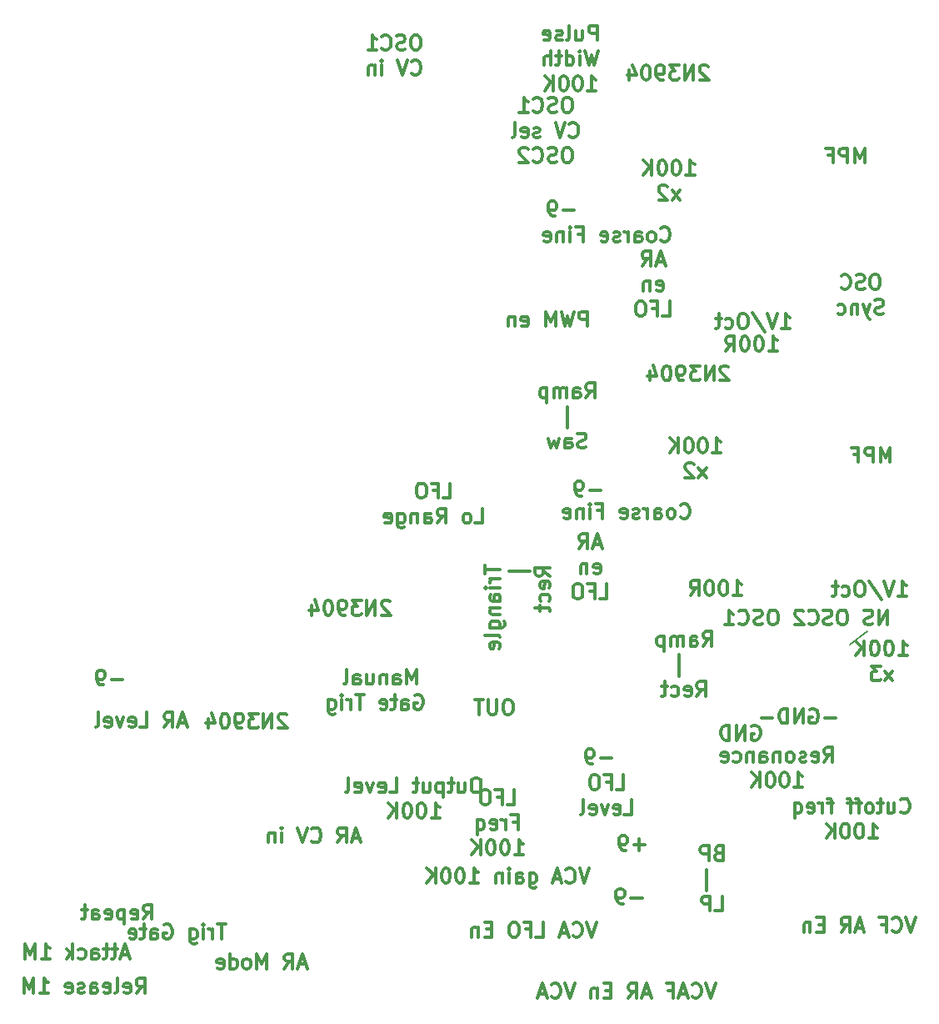
<source format=gbo>
G04 #@! TF.GenerationSoftware,KiCad,Pcbnew,(5.0.0)*
G04 #@! TF.CreationDate,2018-10-21T00:29:04+08:00*
G04 #@! TF.ProjectId,SLMMK1,534C4D4D4B312E6B696361645F706362,rev?*
G04 #@! TF.SameCoordinates,Original*
G04 #@! TF.FileFunction,Legend,Bot*
G04 #@! TF.FilePolarity,Positive*
%FSLAX46Y46*%
G04 Gerber Fmt 4.6, Leading zero omitted, Abs format (unit mm)*
G04 Created by KiCad (PCBNEW (5.0.0)) date 10/21/18 00:29:04*
%MOMM*%
%LPD*%
G01*
G04 APERTURE LIST*
%ADD10C,0.300000*%
%ADD11C,0.200000*%
G04 APERTURE END LIST*
D10*
X99985714Y-51707142D02*
X98842857Y-51707142D01*
X98057142Y-52278571D02*
X97771428Y-52278571D01*
X97628571Y-52207142D01*
X97557142Y-52135714D01*
X97414285Y-51921428D01*
X97342857Y-51635714D01*
X97342857Y-51064285D01*
X97414285Y-50921428D01*
X97485714Y-50850000D01*
X97628571Y-50778571D01*
X97914285Y-50778571D01*
X98057142Y-50850000D01*
X98128571Y-50921428D01*
X98200000Y-51064285D01*
X98200000Y-51421428D01*
X98128571Y-51564285D01*
X98057142Y-51635714D01*
X97914285Y-51707142D01*
X97628571Y-51707142D01*
X97485714Y-51635714D01*
X97414285Y-51564285D01*
X97342857Y-51421428D01*
X102707142Y-85600000D02*
X101992857Y-85600000D01*
X102850000Y-86028571D02*
X102350000Y-84528571D01*
X101850000Y-86028571D01*
X100492857Y-86028571D02*
X100992857Y-85314285D01*
X101350000Y-86028571D02*
X101350000Y-84528571D01*
X100778571Y-84528571D01*
X100635714Y-84600000D01*
X100564285Y-84671428D01*
X100492857Y-84814285D01*
X100492857Y-85028571D01*
X100564285Y-85171428D01*
X100635714Y-85242857D01*
X100778571Y-85314285D01*
X101350000Y-85314285D01*
X101992857Y-88507142D02*
X102135714Y-88578571D01*
X102421428Y-88578571D01*
X102564285Y-88507142D01*
X102635714Y-88364285D01*
X102635714Y-87792857D01*
X102564285Y-87650000D01*
X102421428Y-87578571D01*
X102135714Y-87578571D01*
X101992857Y-87650000D01*
X101921428Y-87792857D01*
X101921428Y-87935714D01*
X102635714Y-88078571D01*
X101278571Y-87578571D02*
X101278571Y-88578571D01*
X101278571Y-87721428D02*
X101207142Y-87650000D01*
X101064285Y-87578571D01*
X100850000Y-87578571D01*
X100707142Y-87650000D01*
X100635714Y-87792857D01*
X100635714Y-88578571D01*
X102564285Y-91128571D02*
X103278571Y-91128571D01*
X103278571Y-89628571D01*
X101564285Y-90342857D02*
X102064285Y-90342857D01*
X102064285Y-91128571D02*
X102064285Y-89628571D01*
X101350000Y-89628571D01*
X100492857Y-89628571D02*
X100207142Y-89628571D01*
X100064285Y-89700000D01*
X99921428Y-89842857D01*
X99850000Y-90128571D01*
X99850000Y-90628571D01*
X99921428Y-90914285D01*
X100064285Y-91057142D01*
X100207142Y-91128571D01*
X100492857Y-91128571D01*
X100635714Y-91057142D01*
X100778571Y-90914285D01*
X100850000Y-90628571D01*
X100850000Y-90128571D01*
X100778571Y-89842857D01*
X100635714Y-89700000D01*
X100492857Y-89628571D01*
X119750000Y-65978571D02*
X120607142Y-65978571D01*
X120178571Y-65978571D02*
X120178571Y-64478571D01*
X120321428Y-64692857D01*
X120464285Y-64835714D01*
X120607142Y-64907142D01*
X118821428Y-64478571D02*
X118678571Y-64478571D01*
X118535714Y-64550000D01*
X118464285Y-64621428D01*
X118392857Y-64764285D01*
X118321428Y-65050000D01*
X118321428Y-65407142D01*
X118392857Y-65692857D01*
X118464285Y-65835714D01*
X118535714Y-65907142D01*
X118678571Y-65978571D01*
X118821428Y-65978571D01*
X118964285Y-65907142D01*
X119035714Y-65835714D01*
X119107142Y-65692857D01*
X119178571Y-65407142D01*
X119178571Y-65050000D01*
X119107142Y-64764285D01*
X119035714Y-64621428D01*
X118964285Y-64550000D01*
X118821428Y-64478571D01*
X117392857Y-64478571D02*
X117250000Y-64478571D01*
X117107142Y-64550000D01*
X117035714Y-64621428D01*
X116964285Y-64764285D01*
X116892857Y-65050000D01*
X116892857Y-65407142D01*
X116964285Y-65692857D01*
X117035714Y-65835714D01*
X117107142Y-65907142D01*
X117250000Y-65978571D01*
X117392857Y-65978571D01*
X117535714Y-65907142D01*
X117607142Y-65835714D01*
X117678571Y-65692857D01*
X117750000Y-65407142D01*
X117750000Y-65050000D01*
X117678571Y-64764285D01*
X117607142Y-64621428D01*
X117535714Y-64550000D01*
X117392857Y-64478571D01*
X115392857Y-65978571D02*
X115892857Y-65264285D01*
X116250000Y-65978571D02*
X116250000Y-64478571D01*
X115678571Y-64478571D01*
X115535714Y-64550000D01*
X115464285Y-64621428D01*
X115392857Y-64764285D01*
X115392857Y-64978571D01*
X115464285Y-65121428D01*
X115535714Y-65192857D01*
X115678571Y-65264285D01*
X116250000Y-65264285D01*
X114050000Y-76303571D02*
X114907142Y-76303571D01*
X114478571Y-76303571D02*
X114478571Y-74803571D01*
X114621428Y-75017857D01*
X114764285Y-75160714D01*
X114907142Y-75232142D01*
X113121428Y-74803571D02*
X112978571Y-74803571D01*
X112835714Y-74875000D01*
X112764285Y-74946428D01*
X112692857Y-75089285D01*
X112621428Y-75375000D01*
X112621428Y-75732142D01*
X112692857Y-76017857D01*
X112764285Y-76160714D01*
X112835714Y-76232142D01*
X112978571Y-76303571D01*
X113121428Y-76303571D01*
X113264285Y-76232142D01*
X113335714Y-76160714D01*
X113407142Y-76017857D01*
X113478571Y-75732142D01*
X113478571Y-75375000D01*
X113407142Y-75089285D01*
X113335714Y-74946428D01*
X113264285Y-74875000D01*
X113121428Y-74803571D01*
X111692857Y-74803571D02*
X111550000Y-74803571D01*
X111407142Y-74875000D01*
X111335714Y-74946428D01*
X111264285Y-75089285D01*
X111192857Y-75375000D01*
X111192857Y-75732142D01*
X111264285Y-76017857D01*
X111335714Y-76160714D01*
X111407142Y-76232142D01*
X111550000Y-76303571D01*
X111692857Y-76303571D01*
X111835714Y-76232142D01*
X111907142Y-76160714D01*
X111978571Y-76017857D01*
X112050000Y-75732142D01*
X112050000Y-75375000D01*
X111978571Y-75089285D01*
X111907142Y-74946428D01*
X111835714Y-74875000D01*
X111692857Y-74803571D01*
X110550000Y-76303571D02*
X110550000Y-74803571D01*
X109692857Y-76303571D02*
X110335714Y-75446428D01*
X109692857Y-74803571D02*
X110550000Y-75660714D01*
X113407142Y-78853571D02*
X112621428Y-77853571D01*
X113407142Y-77853571D02*
X112621428Y-78853571D01*
X112121428Y-77496428D02*
X112050000Y-77425000D01*
X111907142Y-77353571D01*
X111550000Y-77353571D01*
X111407142Y-77425000D01*
X111335714Y-77496428D01*
X111264285Y-77639285D01*
X111264285Y-77782142D01*
X111335714Y-77996428D01*
X112192857Y-78853571D01*
X111264285Y-78853571D01*
X111350000Y-48103571D02*
X112207142Y-48103571D01*
X111778571Y-48103571D02*
X111778571Y-46603571D01*
X111921428Y-46817857D01*
X112064285Y-46960714D01*
X112207142Y-47032142D01*
X110421428Y-46603571D02*
X110278571Y-46603571D01*
X110135714Y-46675000D01*
X110064285Y-46746428D01*
X109992857Y-46889285D01*
X109921428Y-47175000D01*
X109921428Y-47532142D01*
X109992857Y-47817857D01*
X110064285Y-47960714D01*
X110135714Y-48032142D01*
X110278571Y-48103571D01*
X110421428Y-48103571D01*
X110564285Y-48032142D01*
X110635714Y-47960714D01*
X110707142Y-47817857D01*
X110778571Y-47532142D01*
X110778571Y-47175000D01*
X110707142Y-46889285D01*
X110635714Y-46746428D01*
X110564285Y-46675000D01*
X110421428Y-46603571D01*
X108992857Y-46603571D02*
X108850000Y-46603571D01*
X108707142Y-46675000D01*
X108635714Y-46746428D01*
X108564285Y-46889285D01*
X108492857Y-47175000D01*
X108492857Y-47532142D01*
X108564285Y-47817857D01*
X108635714Y-47960714D01*
X108707142Y-48032142D01*
X108850000Y-48103571D01*
X108992857Y-48103571D01*
X109135714Y-48032142D01*
X109207142Y-47960714D01*
X109278571Y-47817857D01*
X109350000Y-47532142D01*
X109350000Y-47175000D01*
X109278571Y-46889285D01*
X109207142Y-46746428D01*
X109135714Y-46675000D01*
X108992857Y-46603571D01*
X107850000Y-48103571D02*
X107850000Y-46603571D01*
X106992857Y-48103571D02*
X107635714Y-47246428D01*
X106992857Y-46603571D02*
X107850000Y-47460714D01*
X110707142Y-50653571D02*
X109921428Y-49653571D01*
X110707142Y-49653571D02*
X109921428Y-50653571D01*
X109421428Y-49296428D02*
X109350000Y-49225000D01*
X109207142Y-49153571D01*
X108850000Y-49153571D01*
X108707142Y-49225000D01*
X108635714Y-49296428D01*
X108564285Y-49439285D01*
X108564285Y-49582142D01*
X108635714Y-49796428D01*
X109492857Y-50653571D01*
X108564285Y-50653571D01*
X116150000Y-90778571D02*
X117007142Y-90778571D01*
X116578571Y-90778571D02*
X116578571Y-89278571D01*
X116721428Y-89492857D01*
X116864285Y-89635714D01*
X117007142Y-89707142D01*
X115221428Y-89278571D02*
X115078571Y-89278571D01*
X114935714Y-89350000D01*
X114864285Y-89421428D01*
X114792857Y-89564285D01*
X114721428Y-89850000D01*
X114721428Y-90207142D01*
X114792857Y-90492857D01*
X114864285Y-90635714D01*
X114935714Y-90707142D01*
X115078571Y-90778571D01*
X115221428Y-90778571D01*
X115364285Y-90707142D01*
X115435714Y-90635714D01*
X115507142Y-90492857D01*
X115578571Y-90207142D01*
X115578571Y-89850000D01*
X115507142Y-89564285D01*
X115435714Y-89421428D01*
X115364285Y-89350000D01*
X115221428Y-89278571D01*
X113792857Y-89278571D02*
X113650000Y-89278571D01*
X113507142Y-89350000D01*
X113435714Y-89421428D01*
X113364285Y-89564285D01*
X113292857Y-89850000D01*
X113292857Y-90207142D01*
X113364285Y-90492857D01*
X113435714Y-90635714D01*
X113507142Y-90707142D01*
X113650000Y-90778571D01*
X113792857Y-90778571D01*
X113935714Y-90707142D01*
X114007142Y-90635714D01*
X114078571Y-90492857D01*
X114150000Y-90207142D01*
X114150000Y-89850000D01*
X114078571Y-89564285D01*
X114007142Y-89421428D01*
X113935714Y-89350000D01*
X113792857Y-89278571D01*
X111792857Y-90778571D02*
X112292857Y-90064285D01*
X112650000Y-90778571D02*
X112650000Y-89278571D01*
X112078571Y-89278571D01*
X111935714Y-89350000D01*
X111864285Y-89421428D01*
X111792857Y-89564285D01*
X111792857Y-89778571D01*
X111864285Y-89921428D01*
X111935714Y-89992857D01*
X112078571Y-90064285D01*
X112650000Y-90064285D01*
X132950000Y-96903571D02*
X133807142Y-96903571D01*
X133378571Y-96903571D02*
X133378571Y-95403571D01*
X133521428Y-95617857D01*
X133664285Y-95760714D01*
X133807142Y-95832142D01*
X132021428Y-95403571D02*
X131878571Y-95403571D01*
X131735714Y-95475000D01*
X131664285Y-95546428D01*
X131592857Y-95689285D01*
X131521428Y-95975000D01*
X131521428Y-96332142D01*
X131592857Y-96617857D01*
X131664285Y-96760714D01*
X131735714Y-96832142D01*
X131878571Y-96903571D01*
X132021428Y-96903571D01*
X132164285Y-96832142D01*
X132235714Y-96760714D01*
X132307142Y-96617857D01*
X132378571Y-96332142D01*
X132378571Y-95975000D01*
X132307142Y-95689285D01*
X132235714Y-95546428D01*
X132164285Y-95475000D01*
X132021428Y-95403571D01*
X130592857Y-95403571D02*
X130450000Y-95403571D01*
X130307142Y-95475000D01*
X130235714Y-95546428D01*
X130164285Y-95689285D01*
X130092857Y-95975000D01*
X130092857Y-96332142D01*
X130164285Y-96617857D01*
X130235714Y-96760714D01*
X130307142Y-96832142D01*
X130450000Y-96903571D01*
X130592857Y-96903571D01*
X130735714Y-96832142D01*
X130807142Y-96760714D01*
X130878571Y-96617857D01*
X130950000Y-96332142D01*
X130950000Y-95975000D01*
X130878571Y-95689285D01*
X130807142Y-95546428D01*
X130735714Y-95475000D01*
X130592857Y-95403571D01*
X129450000Y-96903571D02*
X129450000Y-95403571D01*
X128592857Y-96903571D02*
X129235714Y-96046428D01*
X128592857Y-95403571D02*
X129450000Y-96260714D01*
X132307142Y-99453571D02*
X131521428Y-98453571D01*
X132307142Y-98453571D02*
X131521428Y-99453571D01*
X131092857Y-97953571D02*
X130164285Y-97953571D01*
X130664285Y-98525000D01*
X130450000Y-98525000D01*
X130307142Y-98596428D01*
X130235714Y-98667857D01*
X130164285Y-98810714D01*
X130164285Y-99167857D01*
X130235714Y-99310714D01*
X130307142Y-99382142D01*
X130450000Y-99453571D01*
X130878571Y-99453571D01*
X131021428Y-99382142D01*
X131092857Y-99310714D01*
X84021428Y-33903571D02*
X83735714Y-33903571D01*
X83592857Y-33975000D01*
X83450000Y-34117857D01*
X83378571Y-34403571D01*
X83378571Y-34903571D01*
X83450000Y-35189285D01*
X83592857Y-35332142D01*
X83735714Y-35403571D01*
X84021428Y-35403571D01*
X84164285Y-35332142D01*
X84307142Y-35189285D01*
X84378571Y-34903571D01*
X84378571Y-34403571D01*
X84307142Y-34117857D01*
X84164285Y-33975000D01*
X84021428Y-33903571D01*
X82807142Y-35332142D02*
X82592857Y-35403571D01*
X82235714Y-35403571D01*
X82092857Y-35332142D01*
X82021428Y-35260714D01*
X81950000Y-35117857D01*
X81950000Y-34975000D01*
X82021428Y-34832142D01*
X82092857Y-34760714D01*
X82235714Y-34689285D01*
X82521428Y-34617857D01*
X82664285Y-34546428D01*
X82735714Y-34475000D01*
X82807142Y-34332142D01*
X82807142Y-34189285D01*
X82735714Y-34046428D01*
X82664285Y-33975000D01*
X82521428Y-33903571D01*
X82164285Y-33903571D01*
X81950000Y-33975000D01*
X80450000Y-35260714D02*
X80521428Y-35332142D01*
X80735714Y-35403571D01*
X80878571Y-35403571D01*
X81092857Y-35332142D01*
X81235714Y-35189285D01*
X81307142Y-35046428D01*
X81378571Y-34760714D01*
X81378571Y-34546428D01*
X81307142Y-34260714D01*
X81235714Y-34117857D01*
X81092857Y-33975000D01*
X80878571Y-33903571D01*
X80735714Y-33903571D01*
X80521428Y-33975000D01*
X80450000Y-34046428D01*
X79021428Y-35403571D02*
X79878571Y-35403571D01*
X79450000Y-35403571D02*
X79450000Y-33903571D01*
X79592857Y-34117857D01*
X79735714Y-34260714D01*
X79878571Y-34332142D01*
X83485714Y-37810714D02*
X83557142Y-37882142D01*
X83771428Y-37953571D01*
X83914285Y-37953571D01*
X84128571Y-37882142D01*
X84271428Y-37739285D01*
X84342857Y-37596428D01*
X84414285Y-37310714D01*
X84414285Y-37096428D01*
X84342857Y-36810714D01*
X84271428Y-36667857D01*
X84128571Y-36525000D01*
X83914285Y-36453571D01*
X83771428Y-36453571D01*
X83557142Y-36525000D01*
X83485714Y-36596428D01*
X83057142Y-36453571D02*
X82557142Y-37953571D01*
X82057142Y-36453571D01*
X80414285Y-37953571D02*
X80414285Y-36953571D01*
X80414285Y-36453571D02*
X80485714Y-36525000D01*
X80414285Y-36596428D01*
X80342857Y-36525000D01*
X80414285Y-36453571D01*
X80414285Y-36596428D01*
X79700000Y-36953571D02*
X79700000Y-37953571D01*
X79700000Y-37096428D02*
X79628571Y-37025000D01*
X79485714Y-36953571D01*
X79271428Y-36953571D01*
X79128571Y-37025000D01*
X79057142Y-37167857D01*
X79057142Y-37953571D01*
D11*
X129800000Y-94400000D02*
X129700000Y-94500000D01*
X128000000Y-95800000D02*
X129800000Y-94400000D01*
D10*
X102685714Y-80107142D02*
X101542857Y-80107142D01*
X100757142Y-80678571D02*
X100471428Y-80678571D01*
X100328571Y-80607142D01*
X100257142Y-80535714D01*
X100114285Y-80321428D01*
X100042857Y-80035714D01*
X100042857Y-79464285D01*
X100114285Y-79321428D01*
X100185714Y-79250000D01*
X100328571Y-79178571D01*
X100614285Y-79178571D01*
X100757142Y-79250000D01*
X100828571Y-79321428D01*
X100900000Y-79464285D01*
X100900000Y-79821428D01*
X100828571Y-79964285D01*
X100757142Y-80035714D01*
X100614285Y-80107142D01*
X100328571Y-80107142D01*
X100185714Y-80035714D01*
X100114285Y-79964285D01*
X100042857Y-79821428D01*
X110800000Y-82835714D02*
X110871428Y-82907142D01*
X111085714Y-82978571D01*
X111228571Y-82978571D01*
X111442857Y-82907142D01*
X111585714Y-82764285D01*
X111657142Y-82621428D01*
X111728571Y-82335714D01*
X111728571Y-82121428D01*
X111657142Y-81835714D01*
X111585714Y-81692857D01*
X111442857Y-81550000D01*
X111228571Y-81478571D01*
X111085714Y-81478571D01*
X110871428Y-81550000D01*
X110800000Y-81621428D01*
X109942857Y-82978571D02*
X110085714Y-82907142D01*
X110157142Y-82835714D01*
X110228571Y-82692857D01*
X110228571Y-82264285D01*
X110157142Y-82121428D01*
X110085714Y-82050000D01*
X109942857Y-81978571D01*
X109728571Y-81978571D01*
X109585714Y-82050000D01*
X109514285Y-82121428D01*
X109442857Y-82264285D01*
X109442857Y-82692857D01*
X109514285Y-82835714D01*
X109585714Y-82907142D01*
X109728571Y-82978571D01*
X109942857Y-82978571D01*
X108157142Y-82978571D02*
X108157142Y-82192857D01*
X108228571Y-82050000D01*
X108371428Y-81978571D01*
X108657142Y-81978571D01*
X108800000Y-82050000D01*
X108157142Y-82907142D02*
X108300000Y-82978571D01*
X108657142Y-82978571D01*
X108800000Y-82907142D01*
X108871428Y-82764285D01*
X108871428Y-82621428D01*
X108800000Y-82478571D01*
X108657142Y-82407142D01*
X108300000Y-82407142D01*
X108157142Y-82335714D01*
X107442857Y-82978571D02*
X107442857Y-81978571D01*
X107442857Y-82264285D02*
X107371428Y-82121428D01*
X107300000Y-82050000D01*
X107157142Y-81978571D01*
X107014285Y-81978571D01*
X106585714Y-82907142D02*
X106442857Y-82978571D01*
X106157142Y-82978571D01*
X106014285Y-82907142D01*
X105942857Y-82764285D01*
X105942857Y-82692857D01*
X106014285Y-82550000D01*
X106157142Y-82478571D01*
X106371428Y-82478571D01*
X106514285Y-82407142D01*
X106585714Y-82264285D01*
X106585714Y-82192857D01*
X106514285Y-82050000D01*
X106371428Y-81978571D01*
X106157142Y-81978571D01*
X106014285Y-82050000D01*
X104728571Y-82907142D02*
X104871428Y-82978571D01*
X105157142Y-82978571D01*
X105300000Y-82907142D01*
X105371428Y-82764285D01*
X105371428Y-82192857D01*
X105300000Y-82050000D01*
X105157142Y-81978571D01*
X104871428Y-81978571D01*
X104728571Y-82050000D01*
X104657142Y-82192857D01*
X104657142Y-82335714D01*
X105371428Y-82478571D01*
X102371428Y-82192857D02*
X102871428Y-82192857D01*
X102871428Y-82978571D02*
X102871428Y-81478571D01*
X102157142Y-81478571D01*
X101585714Y-82978571D02*
X101585714Y-81978571D01*
X101585714Y-81478571D02*
X101657142Y-81550000D01*
X101585714Y-81621428D01*
X101514285Y-81550000D01*
X101585714Y-81478571D01*
X101585714Y-81621428D01*
X100871428Y-81978571D02*
X100871428Y-82978571D01*
X100871428Y-82121428D02*
X100800000Y-82050000D01*
X100657142Y-81978571D01*
X100442857Y-81978571D01*
X100300000Y-82050000D01*
X100228571Y-82192857D01*
X100228571Y-82978571D01*
X98942857Y-82907142D02*
X99085714Y-82978571D01*
X99371428Y-82978571D01*
X99514285Y-82907142D01*
X99585714Y-82764285D01*
X99585714Y-82192857D01*
X99514285Y-82050000D01*
X99371428Y-81978571D01*
X99085714Y-81978571D01*
X98942857Y-82050000D01*
X98871428Y-82192857D01*
X98871428Y-82335714D01*
X99585714Y-82478571D01*
X101192857Y-70728571D02*
X101692857Y-70014285D01*
X102050000Y-70728571D02*
X102050000Y-69228571D01*
X101478571Y-69228571D01*
X101335714Y-69300000D01*
X101264285Y-69371428D01*
X101192857Y-69514285D01*
X101192857Y-69728571D01*
X101264285Y-69871428D01*
X101335714Y-69942857D01*
X101478571Y-70014285D01*
X102050000Y-70014285D01*
X99907142Y-70728571D02*
X99907142Y-69942857D01*
X99978571Y-69800000D01*
X100121428Y-69728571D01*
X100407142Y-69728571D01*
X100550000Y-69800000D01*
X99907142Y-70657142D02*
X100050000Y-70728571D01*
X100407142Y-70728571D01*
X100550000Y-70657142D01*
X100621428Y-70514285D01*
X100621428Y-70371428D01*
X100550000Y-70228571D01*
X100407142Y-70157142D01*
X100050000Y-70157142D01*
X99907142Y-70085714D01*
X99192857Y-70728571D02*
X99192857Y-69728571D01*
X99192857Y-69871428D02*
X99121428Y-69800000D01*
X98978571Y-69728571D01*
X98764285Y-69728571D01*
X98621428Y-69800000D01*
X98550000Y-69942857D01*
X98550000Y-70728571D01*
X98550000Y-69942857D02*
X98478571Y-69800000D01*
X98335714Y-69728571D01*
X98121428Y-69728571D01*
X97978571Y-69800000D01*
X97907142Y-69942857D01*
X97907142Y-70728571D01*
X97192857Y-69728571D02*
X97192857Y-71228571D01*
X97192857Y-69800000D02*
X97050000Y-69728571D01*
X96764285Y-69728571D01*
X96621428Y-69800000D01*
X96550000Y-69871428D01*
X96478571Y-70014285D01*
X96478571Y-70442857D01*
X96550000Y-70585714D01*
X96621428Y-70657142D01*
X96764285Y-70728571D01*
X97050000Y-70728571D01*
X97192857Y-70657142D01*
X99300000Y-73778571D02*
X99300000Y-71635714D01*
X101192857Y-75757142D02*
X100978571Y-75828571D01*
X100621428Y-75828571D01*
X100478571Y-75757142D01*
X100407142Y-75685714D01*
X100335714Y-75542857D01*
X100335714Y-75400000D01*
X100407142Y-75257142D01*
X100478571Y-75185714D01*
X100621428Y-75114285D01*
X100907142Y-75042857D01*
X101050000Y-74971428D01*
X101121428Y-74900000D01*
X101192857Y-74757142D01*
X101192857Y-74614285D01*
X101121428Y-74471428D01*
X101050000Y-74400000D01*
X100907142Y-74328571D01*
X100550000Y-74328571D01*
X100335714Y-74400000D01*
X99050000Y-75828571D02*
X99050000Y-75042857D01*
X99121428Y-74900000D01*
X99264285Y-74828571D01*
X99550000Y-74828571D01*
X99692857Y-74900000D01*
X99050000Y-75757142D02*
X99192857Y-75828571D01*
X99550000Y-75828571D01*
X99692857Y-75757142D01*
X99764285Y-75614285D01*
X99764285Y-75471428D01*
X99692857Y-75328571D01*
X99550000Y-75257142D01*
X99192857Y-75257142D01*
X99050000Y-75185714D01*
X98478571Y-74828571D02*
X98192857Y-75828571D01*
X97907142Y-75114285D01*
X97621428Y-75828571D01*
X97335714Y-74828571D01*
X90928571Y-87737857D02*
X90928571Y-88595000D01*
X92428571Y-88166428D02*
X90928571Y-88166428D01*
X92428571Y-89095000D02*
X91428571Y-89095000D01*
X91714285Y-89095000D02*
X91571428Y-89166428D01*
X91500000Y-89237857D01*
X91428571Y-89380714D01*
X91428571Y-89523571D01*
X92428571Y-90023571D02*
X91428571Y-90023571D01*
X90928571Y-90023571D02*
X91000000Y-89952142D01*
X91071428Y-90023571D01*
X91000000Y-90095000D01*
X90928571Y-90023571D01*
X91071428Y-90023571D01*
X92428571Y-91380714D02*
X91642857Y-91380714D01*
X91500000Y-91309285D01*
X91428571Y-91166428D01*
X91428571Y-90880714D01*
X91500000Y-90737857D01*
X92357142Y-91380714D02*
X92428571Y-91237857D01*
X92428571Y-90880714D01*
X92357142Y-90737857D01*
X92214285Y-90666428D01*
X92071428Y-90666428D01*
X91928571Y-90737857D01*
X91857142Y-90880714D01*
X91857142Y-91237857D01*
X91785714Y-91380714D01*
X91428571Y-92095000D02*
X92428571Y-92095000D01*
X91571428Y-92095000D02*
X91500000Y-92166428D01*
X91428571Y-92309285D01*
X91428571Y-92523571D01*
X91500000Y-92666428D01*
X91642857Y-92737857D01*
X92428571Y-92737857D01*
X91428571Y-94095000D02*
X92642857Y-94095000D01*
X92785714Y-94023571D01*
X92857142Y-93952142D01*
X92928571Y-93809285D01*
X92928571Y-93595000D01*
X92857142Y-93452142D01*
X92357142Y-94095000D02*
X92428571Y-93952142D01*
X92428571Y-93666428D01*
X92357142Y-93523571D01*
X92285714Y-93452142D01*
X92142857Y-93380714D01*
X91714285Y-93380714D01*
X91571428Y-93452142D01*
X91500000Y-93523571D01*
X91428571Y-93666428D01*
X91428571Y-93952142D01*
X91500000Y-94095000D01*
X92428571Y-95023571D02*
X92357142Y-94880714D01*
X92214285Y-94809285D01*
X90928571Y-94809285D01*
X92357142Y-96166428D02*
X92428571Y-96023571D01*
X92428571Y-95737857D01*
X92357142Y-95595000D01*
X92214285Y-95523571D01*
X91642857Y-95523571D01*
X91500000Y-95595000D01*
X91428571Y-95737857D01*
X91428571Y-96023571D01*
X91500000Y-96166428D01*
X91642857Y-96237857D01*
X91785714Y-96237857D01*
X91928571Y-95523571D01*
X95478571Y-88309285D02*
X93335714Y-88309285D01*
X97528571Y-88809285D02*
X96814285Y-88309285D01*
X97528571Y-87952142D02*
X96028571Y-87952142D01*
X96028571Y-88523571D01*
X96100000Y-88666428D01*
X96171428Y-88737857D01*
X96314285Y-88809285D01*
X96528571Y-88809285D01*
X96671428Y-88737857D01*
X96742857Y-88666428D01*
X96814285Y-88523571D01*
X96814285Y-87952142D01*
X97457142Y-90023571D02*
X97528571Y-89880714D01*
X97528571Y-89595000D01*
X97457142Y-89452142D01*
X97314285Y-89380714D01*
X96742857Y-89380714D01*
X96600000Y-89452142D01*
X96528571Y-89595000D01*
X96528571Y-89880714D01*
X96600000Y-90023571D01*
X96742857Y-90095000D01*
X96885714Y-90095000D01*
X97028571Y-89380714D01*
X97457142Y-91380714D02*
X97528571Y-91237857D01*
X97528571Y-90952142D01*
X97457142Y-90809285D01*
X97385714Y-90737857D01*
X97242857Y-90666428D01*
X96814285Y-90666428D01*
X96671428Y-90737857D01*
X96600000Y-90809285D01*
X96528571Y-90952142D01*
X96528571Y-91237857D01*
X96600000Y-91380714D01*
X96528571Y-91809285D02*
X96528571Y-92380714D01*
X96028571Y-92023571D02*
X97314285Y-92023571D01*
X97457142Y-92095000D01*
X97528571Y-92237857D01*
X97528571Y-92380714D01*
X86664285Y-80903571D02*
X87378571Y-80903571D01*
X87378571Y-79403571D01*
X85664285Y-80117857D02*
X86164285Y-80117857D01*
X86164285Y-80903571D02*
X86164285Y-79403571D01*
X85450000Y-79403571D01*
X84592857Y-79403571D02*
X84307142Y-79403571D01*
X84164285Y-79475000D01*
X84021428Y-79617857D01*
X83950000Y-79903571D01*
X83950000Y-80403571D01*
X84021428Y-80689285D01*
X84164285Y-80832142D01*
X84307142Y-80903571D01*
X84592857Y-80903571D01*
X84735714Y-80832142D01*
X84878571Y-80689285D01*
X84950000Y-80403571D01*
X84950000Y-79903571D01*
X84878571Y-79617857D01*
X84735714Y-79475000D01*
X84592857Y-79403571D01*
X89914285Y-83453571D02*
X90628571Y-83453571D01*
X90628571Y-81953571D01*
X89200000Y-83453571D02*
X89342857Y-83382142D01*
X89414285Y-83310714D01*
X89485714Y-83167857D01*
X89485714Y-82739285D01*
X89414285Y-82596428D01*
X89342857Y-82525000D01*
X89200000Y-82453571D01*
X88985714Y-82453571D01*
X88842857Y-82525000D01*
X88771428Y-82596428D01*
X88700000Y-82739285D01*
X88700000Y-83167857D01*
X88771428Y-83310714D01*
X88842857Y-83382142D01*
X88985714Y-83453571D01*
X89200000Y-83453571D01*
X86057142Y-83453571D02*
X86557142Y-82739285D01*
X86914285Y-83453571D02*
X86914285Y-81953571D01*
X86342857Y-81953571D01*
X86200000Y-82025000D01*
X86128571Y-82096428D01*
X86057142Y-82239285D01*
X86057142Y-82453571D01*
X86128571Y-82596428D01*
X86200000Y-82667857D01*
X86342857Y-82739285D01*
X86914285Y-82739285D01*
X84771428Y-83453571D02*
X84771428Y-82667857D01*
X84842857Y-82525000D01*
X84985714Y-82453571D01*
X85271428Y-82453571D01*
X85414285Y-82525000D01*
X84771428Y-83382142D02*
X84914285Y-83453571D01*
X85271428Y-83453571D01*
X85414285Y-83382142D01*
X85485714Y-83239285D01*
X85485714Y-83096428D01*
X85414285Y-82953571D01*
X85271428Y-82882142D01*
X84914285Y-82882142D01*
X84771428Y-82810714D01*
X84057142Y-82453571D02*
X84057142Y-83453571D01*
X84057142Y-82596428D02*
X83985714Y-82525000D01*
X83842857Y-82453571D01*
X83628571Y-82453571D01*
X83485714Y-82525000D01*
X83414285Y-82667857D01*
X83414285Y-83453571D01*
X82057142Y-82453571D02*
X82057142Y-83667857D01*
X82128571Y-83810714D01*
X82200000Y-83882142D01*
X82342857Y-83953571D01*
X82557142Y-83953571D01*
X82700000Y-83882142D01*
X82057142Y-83382142D02*
X82200000Y-83453571D01*
X82485714Y-83453571D01*
X82628571Y-83382142D01*
X82700000Y-83310714D01*
X82771428Y-83167857D01*
X82771428Y-82739285D01*
X82700000Y-82596428D01*
X82628571Y-82525000D01*
X82485714Y-82453571D01*
X82200000Y-82453571D01*
X82057142Y-82525000D01*
X80771428Y-83382142D02*
X80914285Y-83453571D01*
X81200000Y-83453571D01*
X81342857Y-83382142D01*
X81414285Y-83239285D01*
X81414285Y-82667857D01*
X81342857Y-82525000D01*
X81200000Y-82453571D01*
X80914285Y-82453571D01*
X80771428Y-82525000D01*
X80700000Y-82667857D01*
X80700000Y-82810714D01*
X81414285Y-82953571D01*
X81271428Y-91421428D02*
X81200000Y-91350000D01*
X81057142Y-91278571D01*
X80700000Y-91278571D01*
X80557142Y-91350000D01*
X80485714Y-91421428D01*
X80414285Y-91564285D01*
X80414285Y-91707142D01*
X80485714Y-91921428D01*
X81342857Y-92778571D01*
X80414285Y-92778571D01*
X79771428Y-92778571D02*
X79771428Y-91278571D01*
X78914285Y-92778571D01*
X78914285Y-91278571D01*
X78342857Y-91278571D02*
X77414285Y-91278571D01*
X77914285Y-91850000D01*
X77700000Y-91850000D01*
X77557142Y-91921428D01*
X77485714Y-91992857D01*
X77414285Y-92135714D01*
X77414285Y-92492857D01*
X77485714Y-92635714D01*
X77557142Y-92707142D01*
X77700000Y-92778571D01*
X78128571Y-92778571D01*
X78271428Y-92707142D01*
X78342857Y-92635714D01*
X76700000Y-92778571D02*
X76414285Y-92778571D01*
X76271428Y-92707142D01*
X76200000Y-92635714D01*
X76057142Y-92421428D01*
X75985714Y-92135714D01*
X75985714Y-91564285D01*
X76057142Y-91421428D01*
X76128571Y-91350000D01*
X76271428Y-91278571D01*
X76557142Y-91278571D01*
X76700000Y-91350000D01*
X76771428Y-91421428D01*
X76842857Y-91564285D01*
X76842857Y-91921428D01*
X76771428Y-92064285D01*
X76700000Y-92135714D01*
X76557142Y-92207142D01*
X76271428Y-92207142D01*
X76128571Y-92135714D01*
X76057142Y-92064285D01*
X75985714Y-91921428D01*
X75057142Y-91278571D02*
X74914285Y-91278571D01*
X74771428Y-91350000D01*
X74700000Y-91421428D01*
X74628571Y-91564285D01*
X74557142Y-91850000D01*
X74557142Y-92207142D01*
X74628571Y-92492857D01*
X74700000Y-92635714D01*
X74771428Y-92707142D01*
X74914285Y-92778571D01*
X75057142Y-92778571D01*
X75200000Y-92707142D01*
X75271428Y-92635714D01*
X75342857Y-92492857D01*
X75414285Y-92207142D01*
X75414285Y-91850000D01*
X75342857Y-91564285D01*
X75271428Y-91421428D01*
X75200000Y-91350000D01*
X75057142Y-91278571D01*
X73271428Y-91778571D02*
X73271428Y-92778571D01*
X73628571Y-91207142D02*
X73985714Y-92278571D01*
X73057142Y-92278571D01*
X70771428Y-102921428D02*
X70700000Y-102850000D01*
X70557142Y-102778571D01*
X70200000Y-102778571D01*
X70057142Y-102850000D01*
X69985714Y-102921428D01*
X69914285Y-103064285D01*
X69914285Y-103207142D01*
X69985714Y-103421428D01*
X70842857Y-104278571D01*
X69914285Y-104278571D01*
X69271428Y-104278571D02*
X69271428Y-102778571D01*
X68414285Y-104278571D01*
X68414285Y-102778571D01*
X67842857Y-102778571D02*
X66914285Y-102778571D01*
X67414285Y-103350000D01*
X67200000Y-103350000D01*
X67057142Y-103421428D01*
X66985714Y-103492857D01*
X66914285Y-103635714D01*
X66914285Y-103992857D01*
X66985714Y-104135714D01*
X67057142Y-104207142D01*
X67200000Y-104278571D01*
X67628571Y-104278571D01*
X67771428Y-104207142D01*
X67842857Y-104135714D01*
X66200000Y-104278571D02*
X65914285Y-104278571D01*
X65771428Y-104207142D01*
X65700000Y-104135714D01*
X65557142Y-103921428D01*
X65485714Y-103635714D01*
X65485714Y-103064285D01*
X65557142Y-102921428D01*
X65628571Y-102850000D01*
X65771428Y-102778571D01*
X66057142Y-102778571D01*
X66200000Y-102850000D01*
X66271428Y-102921428D01*
X66342857Y-103064285D01*
X66342857Y-103421428D01*
X66271428Y-103564285D01*
X66200000Y-103635714D01*
X66057142Y-103707142D01*
X65771428Y-103707142D01*
X65628571Y-103635714D01*
X65557142Y-103564285D01*
X65485714Y-103421428D01*
X64557142Y-102778571D02*
X64414285Y-102778571D01*
X64271428Y-102850000D01*
X64200000Y-102921428D01*
X64128571Y-103064285D01*
X64057142Y-103350000D01*
X64057142Y-103707142D01*
X64128571Y-103992857D01*
X64200000Y-104135714D01*
X64271428Y-104207142D01*
X64414285Y-104278571D01*
X64557142Y-104278571D01*
X64700000Y-104207142D01*
X64771428Y-104135714D01*
X64842857Y-103992857D01*
X64914285Y-103707142D01*
X64914285Y-103350000D01*
X64842857Y-103064285D01*
X64771428Y-102921428D01*
X64700000Y-102850000D01*
X64557142Y-102778571D01*
X62771428Y-103278571D02*
X62771428Y-104278571D01*
X63128571Y-102707142D02*
X63485714Y-103778571D01*
X62557142Y-103778571D01*
X101300000Y-63478571D02*
X101300000Y-61978571D01*
X100728571Y-61978571D01*
X100585714Y-62050000D01*
X100514285Y-62121428D01*
X100442857Y-62264285D01*
X100442857Y-62478571D01*
X100514285Y-62621428D01*
X100585714Y-62692857D01*
X100728571Y-62764285D01*
X101300000Y-62764285D01*
X99942857Y-61978571D02*
X99585714Y-63478571D01*
X99300000Y-62407142D01*
X99014285Y-63478571D01*
X98657142Y-61978571D01*
X98085714Y-63478571D02*
X98085714Y-61978571D01*
X97585714Y-63050000D01*
X97085714Y-61978571D01*
X97085714Y-63478571D01*
X94657142Y-63407142D02*
X94800000Y-63478571D01*
X95085714Y-63478571D01*
X95228571Y-63407142D01*
X95300000Y-63264285D01*
X95300000Y-62692857D01*
X95228571Y-62550000D01*
X95085714Y-62478571D01*
X94800000Y-62478571D01*
X94657142Y-62550000D01*
X94585714Y-62692857D01*
X94585714Y-62835714D01*
X95300000Y-62978571D01*
X93942857Y-62478571D02*
X93942857Y-63478571D01*
X93942857Y-62621428D02*
X93871428Y-62550000D01*
X93728571Y-62478571D01*
X93514285Y-62478571D01*
X93371428Y-62550000D01*
X93300000Y-62692857D01*
X93300000Y-63478571D01*
X109107142Y-56900000D02*
X108392857Y-56900000D01*
X109250000Y-57328571D02*
X108750000Y-55828571D01*
X108250000Y-57328571D01*
X106892857Y-57328571D02*
X107392857Y-56614285D01*
X107750000Y-57328571D02*
X107750000Y-55828571D01*
X107178571Y-55828571D01*
X107035714Y-55900000D01*
X106964285Y-55971428D01*
X106892857Y-56114285D01*
X106892857Y-56328571D01*
X106964285Y-56471428D01*
X107035714Y-56542857D01*
X107178571Y-56614285D01*
X107750000Y-56614285D01*
X108392857Y-59807142D02*
X108535714Y-59878571D01*
X108821428Y-59878571D01*
X108964285Y-59807142D01*
X109035714Y-59664285D01*
X109035714Y-59092857D01*
X108964285Y-58950000D01*
X108821428Y-58878571D01*
X108535714Y-58878571D01*
X108392857Y-58950000D01*
X108321428Y-59092857D01*
X108321428Y-59235714D01*
X109035714Y-59378571D01*
X107678571Y-58878571D02*
X107678571Y-59878571D01*
X107678571Y-59021428D02*
X107607142Y-58950000D01*
X107464285Y-58878571D01*
X107250000Y-58878571D01*
X107107142Y-58950000D01*
X107035714Y-59092857D01*
X107035714Y-59878571D01*
X108964285Y-62428571D02*
X109678571Y-62428571D01*
X109678571Y-60928571D01*
X107964285Y-61642857D02*
X108464285Y-61642857D01*
X108464285Y-62428571D02*
X108464285Y-60928571D01*
X107750000Y-60928571D01*
X106892857Y-60928571D02*
X106607142Y-60928571D01*
X106464285Y-61000000D01*
X106321428Y-61142857D01*
X106250000Y-61428571D01*
X106250000Y-61928571D01*
X106321428Y-62214285D01*
X106464285Y-62357142D01*
X106607142Y-62428571D01*
X106892857Y-62428571D01*
X107035714Y-62357142D01*
X107178571Y-62214285D01*
X107250000Y-61928571D01*
X107250000Y-61428571D01*
X107178571Y-61142857D01*
X107035714Y-61000000D01*
X106892857Y-60928571D01*
X108800000Y-54735714D02*
X108871428Y-54807142D01*
X109085714Y-54878571D01*
X109228571Y-54878571D01*
X109442857Y-54807142D01*
X109585714Y-54664285D01*
X109657142Y-54521428D01*
X109728571Y-54235714D01*
X109728571Y-54021428D01*
X109657142Y-53735714D01*
X109585714Y-53592857D01*
X109442857Y-53450000D01*
X109228571Y-53378571D01*
X109085714Y-53378571D01*
X108871428Y-53450000D01*
X108800000Y-53521428D01*
X107942857Y-54878571D02*
X108085714Y-54807142D01*
X108157142Y-54735714D01*
X108228571Y-54592857D01*
X108228571Y-54164285D01*
X108157142Y-54021428D01*
X108085714Y-53950000D01*
X107942857Y-53878571D01*
X107728571Y-53878571D01*
X107585714Y-53950000D01*
X107514285Y-54021428D01*
X107442857Y-54164285D01*
X107442857Y-54592857D01*
X107514285Y-54735714D01*
X107585714Y-54807142D01*
X107728571Y-54878571D01*
X107942857Y-54878571D01*
X106157142Y-54878571D02*
X106157142Y-54092857D01*
X106228571Y-53950000D01*
X106371428Y-53878571D01*
X106657142Y-53878571D01*
X106800000Y-53950000D01*
X106157142Y-54807142D02*
X106300000Y-54878571D01*
X106657142Y-54878571D01*
X106800000Y-54807142D01*
X106871428Y-54664285D01*
X106871428Y-54521428D01*
X106800000Y-54378571D01*
X106657142Y-54307142D01*
X106300000Y-54307142D01*
X106157142Y-54235714D01*
X105442857Y-54878571D02*
X105442857Y-53878571D01*
X105442857Y-54164285D02*
X105371428Y-54021428D01*
X105300000Y-53950000D01*
X105157142Y-53878571D01*
X105014285Y-53878571D01*
X104585714Y-54807142D02*
X104442857Y-54878571D01*
X104157142Y-54878571D01*
X104014285Y-54807142D01*
X103942857Y-54664285D01*
X103942857Y-54592857D01*
X104014285Y-54450000D01*
X104157142Y-54378571D01*
X104371428Y-54378571D01*
X104514285Y-54307142D01*
X104585714Y-54164285D01*
X104585714Y-54092857D01*
X104514285Y-53950000D01*
X104371428Y-53878571D01*
X104157142Y-53878571D01*
X104014285Y-53950000D01*
X102728571Y-54807142D02*
X102871428Y-54878571D01*
X103157142Y-54878571D01*
X103300000Y-54807142D01*
X103371428Y-54664285D01*
X103371428Y-54092857D01*
X103300000Y-53950000D01*
X103157142Y-53878571D01*
X102871428Y-53878571D01*
X102728571Y-53950000D01*
X102657142Y-54092857D01*
X102657142Y-54235714D01*
X103371428Y-54378571D01*
X100371428Y-54092857D02*
X100871428Y-54092857D01*
X100871428Y-54878571D02*
X100871428Y-53378571D01*
X100157142Y-53378571D01*
X99585714Y-54878571D02*
X99585714Y-53878571D01*
X99585714Y-53378571D02*
X99657142Y-53450000D01*
X99585714Y-53521428D01*
X99514285Y-53450000D01*
X99585714Y-53378571D01*
X99585714Y-53521428D01*
X98871428Y-53878571D02*
X98871428Y-54878571D01*
X98871428Y-54021428D02*
X98800000Y-53950000D01*
X98657142Y-53878571D01*
X98442857Y-53878571D01*
X98300000Y-53950000D01*
X98228571Y-54092857D01*
X98228571Y-54878571D01*
X96942857Y-54807142D02*
X97085714Y-54878571D01*
X97371428Y-54878571D01*
X97514285Y-54807142D01*
X97585714Y-54664285D01*
X97585714Y-54092857D01*
X97514285Y-53950000D01*
X97371428Y-53878571D01*
X97085714Y-53878571D01*
X96942857Y-53950000D01*
X96871428Y-54092857D01*
X96871428Y-54235714D01*
X97585714Y-54378571D01*
X99421428Y-40228571D02*
X99135714Y-40228571D01*
X98992857Y-40300000D01*
X98850000Y-40442857D01*
X98778571Y-40728571D01*
X98778571Y-41228571D01*
X98850000Y-41514285D01*
X98992857Y-41657142D01*
X99135714Y-41728571D01*
X99421428Y-41728571D01*
X99564285Y-41657142D01*
X99707142Y-41514285D01*
X99778571Y-41228571D01*
X99778571Y-40728571D01*
X99707142Y-40442857D01*
X99564285Y-40300000D01*
X99421428Y-40228571D01*
X98207142Y-41657142D02*
X97992857Y-41728571D01*
X97635714Y-41728571D01*
X97492857Y-41657142D01*
X97421428Y-41585714D01*
X97350000Y-41442857D01*
X97350000Y-41300000D01*
X97421428Y-41157142D01*
X97492857Y-41085714D01*
X97635714Y-41014285D01*
X97921428Y-40942857D01*
X98064285Y-40871428D01*
X98135714Y-40800000D01*
X98207142Y-40657142D01*
X98207142Y-40514285D01*
X98135714Y-40371428D01*
X98064285Y-40300000D01*
X97921428Y-40228571D01*
X97564285Y-40228571D01*
X97350000Y-40300000D01*
X95850000Y-41585714D02*
X95921428Y-41657142D01*
X96135714Y-41728571D01*
X96278571Y-41728571D01*
X96492857Y-41657142D01*
X96635714Y-41514285D01*
X96707142Y-41371428D01*
X96778571Y-41085714D01*
X96778571Y-40871428D01*
X96707142Y-40585714D01*
X96635714Y-40442857D01*
X96492857Y-40300000D01*
X96278571Y-40228571D01*
X96135714Y-40228571D01*
X95921428Y-40300000D01*
X95850000Y-40371428D01*
X94421428Y-41728571D02*
X95278571Y-41728571D01*
X94850000Y-41728571D02*
X94850000Y-40228571D01*
X94992857Y-40442857D01*
X95135714Y-40585714D01*
X95278571Y-40657142D01*
X99492857Y-44135714D02*
X99564285Y-44207142D01*
X99778571Y-44278571D01*
X99921428Y-44278571D01*
X100135714Y-44207142D01*
X100278571Y-44064285D01*
X100350000Y-43921428D01*
X100421428Y-43635714D01*
X100421428Y-43421428D01*
X100350000Y-43135714D01*
X100278571Y-42992857D01*
X100135714Y-42850000D01*
X99921428Y-42778571D01*
X99778571Y-42778571D01*
X99564285Y-42850000D01*
X99492857Y-42921428D01*
X99064285Y-42778571D02*
X98564285Y-44278571D01*
X98064285Y-42778571D01*
X96492857Y-44207142D02*
X96350000Y-44278571D01*
X96064285Y-44278571D01*
X95921428Y-44207142D01*
X95850000Y-44064285D01*
X95850000Y-43992857D01*
X95921428Y-43850000D01*
X96064285Y-43778571D01*
X96278571Y-43778571D01*
X96421428Y-43707142D01*
X96492857Y-43564285D01*
X96492857Y-43492857D01*
X96421428Y-43350000D01*
X96278571Y-43278571D01*
X96064285Y-43278571D01*
X95921428Y-43350000D01*
X94635714Y-44207142D02*
X94778571Y-44278571D01*
X95064285Y-44278571D01*
X95207142Y-44207142D01*
X95278571Y-44064285D01*
X95278571Y-43492857D01*
X95207142Y-43350000D01*
X95064285Y-43278571D01*
X94778571Y-43278571D01*
X94635714Y-43350000D01*
X94564285Y-43492857D01*
X94564285Y-43635714D01*
X95278571Y-43778571D01*
X93707142Y-44278571D02*
X93850000Y-44207142D01*
X93921428Y-44064285D01*
X93921428Y-42778571D01*
X99421428Y-45328571D02*
X99135714Y-45328571D01*
X98992857Y-45400000D01*
X98850000Y-45542857D01*
X98778571Y-45828571D01*
X98778571Y-46328571D01*
X98850000Y-46614285D01*
X98992857Y-46757142D01*
X99135714Y-46828571D01*
X99421428Y-46828571D01*
X99564285Y-46757142D01*
X99707142Y-46614285D01*
X99778571Y-46328571D01*
X99778571Y-45828571D01*
X99707142Y-45542857D01*
X99564285Y-45400000D01*
X99421428Y-45328571D01*
X98207142Y-46757142D02*
X97992857Y-46828571D01*
X97635714Y-46828571D01*
X97492857Y-46757142D01*
X97421428Y-46685714D01*
X97350000Y-46542857D01*
X97350000Y-46400000D01*
X97421428Y-46257142D01*
X97492857Y-46185714D01*
X97635714Y-46114285D01*
X97921428Y-46042857D01*
X98064285Y-45971428D01*
X98135714Y-45900000D01*
X98207142Y-45757142D01*
X98207142Y-45614285D01*
X98135714Y-45471428D01*
X98064285Y-45400000D01*
X97921428Y-45328571D01*
X97564285Y-45328571D01*
X97350000Y-45400000D01*
X95850000Y-46685714D02*
X95921428Y-46757142D01*
X96135714Y-46828571D01*
X96278571Y-46828571D01*
X96492857Y-46757142D01*
X96635714Y-46614285D01*
X96707142Y-46471428D01*
X96778571Y-46185714D01*
X96778571Y-45971428D01*
X96707142Y-45685714D01*
X96635714Y-45542857D01*
X96492857Y-45400000D01*
X96278571Y-45328571D01*
X96135714Y-45328571D01*
X95921428Y-45400000D01*
X95850000Y-45471428D01*
X95278571Y-45471428D02*
X95207142Y-45400000D01*
X95064285Y-45328571D01*
X94707142Y-45328571D01*
X94564285Y-45400000D01*
X94492857Y-45471428D01*
X94421428Y-45614285D01*
X94421428Y-45757142D01*
X94492857Y-45971428D01*
X95350000Y-46828571D01*
X94421428Y-46828571D01*
X102314285Y-34428571D02*
X102314285Y-32928571D01*
X101742857Y-32928571D01*
X101600000Y-33000000D01*
X101528571Y-33071428D01*
X101457142Y-33214285D01*
X101457142Y-33428571D01*
X101528571Y-33571428D01*
X101600000Y-33642857D01*
X101742857Y-33714285D01*
X102314285Y-33714285D01*
X100171428Y-33428571D02*
X100171428Y-34428571D01*
X100814285Y-33428571D02*
X100814285Y-34214285D01*
X100742857Y-34357142D01*
X100600000Y-34428571D01*
X100385714Y-34428571D01*
X100242857Y-34357142D01*
X100171428Y-34285714D01*
X99242857Y-34428571D02*
X99385714Y-34357142D01*
X99457142Y-34214285D01*
X99457142Y-32928571D01*
X98742857Y-34357142D02*
X98600000Y-34428571D01*
X98314285Y-34428571D01*
X98171428Y-34357142D01*
X98100000Y-34214285D01*
X98100000Y-34142857D01*
X98171428Y-34000000D01*
X98314285Y-33928571D01*
X98528571Y-33928571D01*
X98671428Y-33857142D01*
X98742857Y-33714285D01*
X98742857Y-33642857D01*
X98671428Y-33500000D01*
X98528571Y-33428571D01*
X98314285Y-33428571D01*
X98171428Y-33500000D01*
X96885714Y-34357142D02*
X97028571Y-34428571D01*
X97314285Y-34428571D01*
X97457142Y-34357142D01*
X97528571Y-34214285D01*
X97528571Y-33642857D01*
X97457142Y-33500000D01*
X97314285Y-33428571D01*
X97028571Y-33428571D01*
X96885714Y-33500000D01*
X96814285Y-33642857D01*
X96814285Y-33785714D01*
X97528571Y-33928571D01*
X102385714Y-35478571D02*
X102028571Y-36978571D01*
X101742857Y-35907142D01*
X101457142Y-36978571D01*
X101100000Y-35478571D01*
X100528571Y-36978571D02*
X100528571Y-35978571D01*
X100528571Y-35478571D02*
X100600000Y-35550000D01*
X100528571Y-35621428D01*
X100457142Y-35550000D01*
X100528571Y-35478571D01*
X100528571Y-35621428D01*
X99171428Y-36978571D02*
X99171428Y-35478571D01*
X99171428Y-36907142D02*
X99314285Y-36978571D01*
X99600000Y-36978571D01*
X99742857Y-36907142D01*
X99814285Y-36835714D01*
X99885714Y-36692857D01*
X99885714Y-36264285D01*
X99814285Y-36121428D01*
X99742857Y-36050000D01*
X99600000Y-35978571D01*
X99314285Y-35978571D01*
X99171428Y-36050000D01*
X98671428Y-35978571D02*
X98100000Y-35978571D01*
X98457142Y-35478571D02*
X98457142Y-36764285D01*
X98385714Y-36907142D01*
X98242857Y-36978571D01*
X98100000Y-36978571D01*
X97600000Y-36978571D02*
X97600000Y-35478571D01*
X96957142Y-36978571D02*
X96957142Y-36192857D01*
X97028571Y-36050000D01*
X97171428Y-35978571D01*
X97385714Y-35978571D01*
X97528571Y-36050000D01*
X97600000Y-36121428D01*
X101350000Y-39528571D02*
X102207142Y-39528571D01*
X101778571Y-39528571D02*
X101778571Y-38028571D01*
X101921428Y-38242857D01*
X102064285Y-38385714D01*
X102207142Y-38457142D01*
X100421428Y-38028571D02*
X100278571Y-38028571D01*
X100135714Y-38100000D01*
X100064285Y-38171428D01*
X99992857Y-38314285D01*
X99921428Y-38600000D01*
X99921428Y-38957142D01*
X99992857Y-39242857D01*
X100064285Y-39385714D01*
X100135714Y-39457142D01*
X100278571Y-39528571D01*
X100421428Y-39528571D01*
X100564285Y-39457142D01*
X100635714Y-39385714D01*
X100707142Y-39242857D01*
X100778571Y-38957142D01*
X100778571Y-38600000D01*
X100707142Y-38314285D01*
X100635714Y-38171428D01*
X100564285Y-38100000D01*
X100421428Y-38028571D01*
X98992857Y-38028571D02*
X98850000Y-38028571D01*
X98707142Y-38100000D01*
X98635714Y-38171428D01*
X98564285Y-38314285D01*
X98492857Y-38600000D01*
X98492857Y-38957142D01*
X98564285Y-39242857D01*
X98635714Y-39385714D01*
X98707142Y-39457142D01*
X98850000Y-39528571D01*
X98992857Y-39528571D01*
X99135714Y-39457142D01*
X99207142Y-39385714D01*
X99278571Y-39242857D01*
X99350000Y-38957142D01*
X99350000Y-38600000D01*
X99278571Y-38314285D01*
X99207142Y-38171428D01*
X99135714Y-38100000D01*
X98992857Y-38028571D01*
X97850000Y-39528571D02*
X97850000Y-38028571D01*
X96992857Y-39528571D02*
X97635714Y-38671428D01*
X96992857Y-38028571D02*
X97850000Y-38885714D01*
X113571428Y-37121428D02*
X113500000Y-37050000D01*
X113357142Y-36978571D01*
X113000000Y-36978571D01*
X112857142Y-37050000D01*
X112785714Y-37121428D01*
X112714285Y-37264285D01*
X112714285Y-37407142D01*
X112785714Y-37621428D01*
X113642857Y-38478571D01*
X112714285Y-38478571D01*
X112071428Y-38478571D02*
X112071428Y-36978571D01*
X111214285Y-38478571D01*
X111214285Y-36978571D01*
X110642857Y-36978571D02*
X109714285Y-36978571D01*
X110214285Y-37550000D01*
X110000000Y-37550000D01*
X109857142Y-37621428D01*
X109785714Y-37692857D01*
X109714285Y-37835714D01*
X109714285Y-38192857D01*
X109785714Y-38335714D01*
X109857142Y-38407142D01*
X110000000Y-38478571D01*
X110428571Y-38478571D01*
X110571428Y-38407142D01*
X110642857Y-38335714D01*
X109000000Y-38478571D02*
X108714285Y-38478571D01*
X108571428Y-38407142D01*
X108500000Y-38335714D01*
X108357142Y-38121428D01*
X108285714Y-37835714D01*
X108285714Y-37264285D01*
X108357142Y-37121428D01*
X108428571Y-37050000D01*
X108571428Y-36978571D01*
X108857142Y-36978571D01*
X109000000Y-37050000D01*
X109071428Y-37121428D01*
X109142857Y-37264285D01*
X109142857Y-37621428D01*
X109071428Y-37764285D01*
X109000000Y-37835714D01*
X108857142Y-37907142D01*
X108571428Y-37907142D01*
X108428571Y-37835714D01*
X108357142Y-37764285D01*
X108285714Y-37621428D01*
X107357142Y-36978571D02*
X107214285Y-36978571D01*
X107071428Y-37050000D01*
X107000000Y-37121428D01*
X106928571Y-37264285D01*
X106857142Y-37550000D01*
X106857142Y-37907142D01*
X106928571Y-38192857D01*
X107000000Y-38335714D01*
X107071428Y-38407142D01*
X107214285Y-38478571D01*
X107357142Y-38478571D01*
X107500000Y-38407142D01*
X107571428Y-38335714D01*
X107642857Y-38192857D01*
X107714285Y-37907142D01*
X107714285Y-37550000D01*
X107642857Y-37264285D01*
X107571428Y-37121428D01*
X107500000Y-37050000D01*
X107357142Y-36978571D01*
X105571428Y-37478571D02*
X105571428Y-38478571D01*
X105928571Y-36907142D02*
X106285714Y-37978571D01*
X105357142Y-37978571D01*
X129492857Y-46878571D02*
X129492857Y-45378571D01*
X128992857Y-46450000D01*
X128492857Y-45378571D01*
X128492857Y-46878571D01*
X127778571Y-46878571D02*
X127778571Y-45378571D01*
X127207142Y-45378571D01*
X127064285Y-45450000D01*
X126992857Y-45521428D01*
X126921428Y-45664285D01*
X126921428Y-45878571D01*
X126992857Y-46021428D01*
X127064285Y-46092857D01*
X127207142Y-46164285D01*
X127778571Y-46164285D01*
X125778571Y-46092857D02*
X126278571Y-46092857D01*
X126278571Y-46878571D02*
X126278571Y-45378571D01*
X125564285Y-45378571D01*
X115671428Y-67621428D02*
X115600000Y-67550000D01*
X115457142Y-67478571D01*
X115100000Y-67478571D01*
X114957142Y-67550000D01*
X114885714Y-67621428D01*
X114814285Y-67764285D01*
X114814285Y-67907142D01*
X114885714Y-68121428D01*
X115742857Y-68978571D01*
X114814285Y-68978571D01*
X114171428Y-68978571D02*
X114171428Y-67478571D01*
X113314285Y-68978571D01*
X113314285Y-67478571D01*
X112742857Y-67478571D02*
X111814285Y-67478571D01*
X112314285Y-68050000D01*
X112100000Y-68050000D01*
X111957142Y-68121428D01*
X111885714Y-68192857D01*
X111814285Y-68335714D01*
X111814285Y-68692857D01*
X111885714Y-68835714D01*
X111957142Y-68907142D01*
X112100000Y-68978571D01*
X112528571Y-68978571D01*
X112671428Y-68907142D01*
X112742857Y-68835714D01*
X111100000Y-68978571D02*
X110814285Y-68978571D01*
X110671428Y-68907142D01*
X110600000Y-68835714D01*
X110457142Y-68621428D01*
X110385714Y-68335714D01*
X110385714Y-67764285D01*
X110457142Y-67621428D01*
X110528571Y-67550000D01*
X110671428Y-67478571D01*
X110957142Y-67478571D01*
X111100000Y-67550000D01*
X111171428Y-67621428D01*
X111242857Y-67764285D01*
X111242857Y-68121428D01*
X111171428Y-68264285D01*
X111100000Y-68335714D01*
X110957142Y-68407142D01*
X110671428Y-68407142D01*
X110528571Y-68335714D01*
X110457142Y-68264285D01*
X110385714Y-68121428D01*
X109457142Y-67478571D02*
X109314285Y-67478571D01*
X109171428Y-67550000D01*
X109100000Y-67621428D01*
X109028571Y-67764285D01*
X108957142Y-68050000D01*
X108957142Y-68407142D01*
X109028571Y-68692857D01*
X109100000Y-68835714D01*
X109171428Y-68907142D01*
X109314285Y-68978571D01*
X109457142Y-68978571D01*
X109600000Y-68907142D01*
X109671428Y-68835714D01*
X109742857Y-68692857D01*
X109814285Y-68407142D01*
X109814285Y-68050000D01*
X109742857Y-67764285D01*
X109671428Y-67621428D01*
X109600000Y-67550000D01*
X109457142Y-67478571D01*
X107671428Y-67978571D02*
X107671428Y-68978571D01*
X108028571Y-67407142D02*
X108385714Y-68478571D01*
X107457142Y-68478571D01*
X121057142Y-63678571D02*
X121914285Y-63678571D01*
X121485714Y-63678571D02*
X121485714Y-62178571D01*
X121628571Y-62392857D01*
X121771428Y-62535714D01*
X121914285Y-62607142D01*
X120628571Y-62178571D02*
X120128571Y-63678571D01*
X119628571Y-62178571D01*
X118057142Y-62107142D02*
X119342857Y-64035714D01*
X117271428Y-62178571D02*
X116985714Y-62178571D01*
X116842857Y-62250000D01*
X116700000Y-62392857D01*
X116628571Y-62678571D01*
X116628571Y-63178571D01*
X116700000Y-63464285D01*
X116842857Y-63607142D01*
X116985714Y-63678571D01*
X117271428Y-63678571D01*
X117414285Y-63607142D01*
X117557142Y-63464285D01*
X117628571Y-63178571D01*
X117628571Y-62678571D01*
X117557142Y-62392857D01*
X117414285Y-62250000D01*
X117271428Y-62178571D01*
X115342857Y-63607142D02*
X115485714Y-63678571D01*
X115771428Y-63678571D01*
X115914285Y-63607142D01*
X115985714Y-63535714D01*
X116057142Y-63392857D01*
X116057142Y-62964285D01*
X115985714Y-62821428D01*
X115914285Y-62750000D01*
X115771428Y-62678571D01*
X115485714Y-62678571D01*
X115342857Y-62750000D01*
X114914285Y-62678571D02*
X114342857Y-62678571D01*
X114700000Y-62178571D02*
X114700000Y-63464285D01*
X114628571Y-63607142D01*
X114485714Y-63678571D01*
X114342857Y-63678571D01*
X130707142Y-58203571D02*
X130421428Y-58203571D01*
X130278571Y-58275000D01*
X130135714Y-58417857D01*
X130064285Y-58703571D01*
X130064285Y-59203571D01*
X130135714Y-59489285D01*
X130278571Y-59632142D01*
X130421428Y-59703571D01*
X130707142Y-59703571D01*
X130850000Y-59632142D01*
X130992857Y-59489285D01*
X131064285Y-59203571D01*
X131064285Y-58703571D01*
X130992857Y-58417857D01*
X130850000Y-58275000D01*
X130707142Y-58203571D01*
X129492857Y-59632142D02*
X129278571Y-59703571D01*
X128921428Y-59703571D01*
X128778571Y-59632142D01*
X128707142Y-59560714D01*
X128635714Y-59417857D01*
X128635714Y-59275000D01*
X128707142Y-59132142D01*
X128778571Y-59060714D01*
X128921428Y-58989285D01*
X129207142Y-58917857D01*
X129350000Y-58846428D01*
X129421428Y-58775000D01*
X129492857Y-58632142D01*
X129492857Y-58489285D01*
X129421428Y-58346428D01*
X129350000Y-58275000D01*
X129207142Y-58203571D01*
X128850000Y-58203571D01*
X128635714Y-58275000D01*
X127135714Y-59560714D02*
X127207142Y-59632142D01*
X127421428Y-59703571D01*
X127564285Y-59703571D01*
X127778571Y-59632142D01*
X127921428Y-59489285D01*
X127992857Y-59346428D01*
X128064285Y-59060714D01*
X128064285Y-58846428D01*
X127992857Y-58560714D01*
X127921428Y-58417857D01*
X127778571Y-58275000D01*
X127564285Y-58203571D01*
X127421428Y-58203571D01*
X127207142Y-58275000D01*
X127135714Y-58346428D01*
X131421428Y-62182142D02*
X131207142Y-62253571D01*
X130850000Y-62253571D01*
X130707142Y-62182142D01*
X130635714Y-62110714D01*
X130564285Y-61967857D01*
X130564285Y-61825000D01*
X130635714Y-61682142D01*
X130707142Y-61610714D01*
X130850000Y-61539285D01*
X131135714Y-61467857D01*
X131278571Y-61396428D01*
X131350000Y-61325000D01*
X131421428Y-61182142D01*
X131421428Y-61039285D01*
X131350000Y-60896428D01*
X131278571Y-60825000D01*
X131135714Y-60753571D01*
X130778571Y-60753571D01*
X130564285Y-60825000D01*
X130064285Y-61253571D02*
X129707142Y-62253571D01*
X129350000Y-61253571D02*
X129707142Y-62253571D01*
X129850000Y-62610714D01*
X129921428Y-62682142D01*
X130064285Y-62753571D01*
X128778571Y-61253571D02*
X128778571Y-62253571D01*
X128778571Y-61396428D02*
X128707142Y-61325000D01*
X128564285Y-61253571D01*
X128350000Y-61253571D01*
X128207142Y-61325000D01*
X128135714Y-61467857D01*
X128135714Y-62253571D01*
X126778571Y-62182142D02*
X126921428Y-62253571D01*
X127207142Y-62253571D01*
X127350000Y-62182142D01*
X127421428Y-62110714D01*
X127492857Y-61967857D01*
X127492857Y-61539285D01*
X127421428Y-61396428D01*
X127350000Y-61325000D01*
X127207142Y-61253571D01*
X126921428Y-61253571D01*
X126778571Y-61325000D01*
X132092857Y-77278571D02*
X132092857Y-75778571D01*
X131592857Y-76850000D01*
X131092857Y-75778571D01*
X131092857Y-77278571D01*
X130378571Y-77278571D02*
X130378571Y-75778571D01*
X129807142Y-75778571D01*
X129664285Y-75850000D01*
X129592857Y-75921428D01*
X129521428Y-76064285D01*
X129521428Y-76278571D01*
X129592857Y-76421428D01*
X129664285Y-76492857D01*
X129807142Y-76564285D01*
X130378571Y-76564285D01*
X128378571Y-76492857D02*
X128878571Y-76492857D01*
X128878571Y-77278571D02*
X128878571Y-75778571D01*
X128164285Y-75778571D01*
X132928571Y-90878571D02*
X133785714Y-90878571D01*
X133357142Y-90878571D02*
X133357142Y-89378571D01*
X133500000Y-89592857D01*
X133642857Y-89735714D01*
X133785714Y-89807142D01*
X132500000Y-89378571D02*
X132000000Y-90878571D01*
X131500000Y-89378571D01*
X129928571Y-89307142D02*
X131214285Y-91235714D01*
X129142857Y-89378571D02*
X128857142Y-89378571D01*
X128714285Y-89450000D01*
X128571428Y-89592857D01*
X128500000Y-89878571D01*
X128500000Y-90378571D01*
X128571428Y-90664285D01*
X128714285Y-90807142D01*
X128857142Y-90878571D01*
X129142857Y-90878571D01*
X129285714Y-90807142D01*
X129428571Y-90664285D01*
X129500000Y-90378571D01*
X129500000Y-89878571D01*
X129428571Y-89592857D01*
X129285714Y-89450000D01*
X129142857Y-89378571D01*
X127214285Y-90807142D02*
X127357142Y-90878571D01*
X127642857Y-90878571D01*
X127785714Y-90807142D01*
X127857142Y-90735714D01*
X127928571Y-90592857D01*
X127928571Y-90164285D01*
X127857142Y-90021428D01*
X127785714Y-89950000D01*
X127642857Y-89878571D01*
X127357142Y-89878571D01*
X127214285Y-89950000D01*
X126785714Y-89878571D02*
X126214285Y-89878571D01*
X126571428Y-89378571D02*
X126571428Y-90664285D01*
X126500000Y-90807142D01*
X126357142Y-90878571D01*
X126214285Y-90878571D01*
X133164285Y-112760714D02*
X133235714Y-112832142D01*
X133450000Y-112903571D01*
X133592857Y-112903571D01*
X133807142Y-112832142D01*
X133950000Y-112689285D01*
X134021428Y-112546428D01*
X134092857Y-112260714D01*
X134092857Y-112046428D01*
X134021428Y-111760714D01*
X133950000Y-111617857D01*
X133807142Y-111475000D01*
X133592857Y-111403571D01*
X133450000Y-111403571D01*
X133235714Y-111475000D01*
X133164285Y-111546428D01*
X131878571Y-111903571D02*
X131878571Y-112903571D01*
X132521428Y-111903571D02*
X132521428Y-112689285D01*
X132450000Y-112832142D01*
X132307142Y-112903571D01*
X132092857Y-112903571D01*
X131950000Y-112832142D01*
X131878571Y-112760714D01*
X131378571Y-111903571D02*
X130807142Y-111903571D01*
X131164285Y-111403571D02*
X131164285Y-112689285D01*
X131092857Y-112832142D01*
X130950000Y-112903571D01*
X130807142Y-112903571D01*
X130092857Y-112903571D02*
X130235714Y-112832142D01*
X130307142Y-112760714D01*
X130378571Y-112617857D01*
X130378571Y-112189285D01*
X130307142Y-112046428D01*
X130235714Y-111975000D01*
X130092857Y-111903571D01*
X129878571Y-111903571D01*
X129735714Y-111975000D01*
X129664285Y-112046428D01*
X129592857Y-112189285D01*
X129592857Y-112617857D01*
X129664285Y-112760714D01*
X129735714Y-112832142D01*
X129878571Y-112903571D01*
X130092857Y-112903571D01*
X129164285Y-111903571D02*
X128592857Y-111903571D01*
X128950000Y-112903571D02*
X128950000Y-111617857D01*
X128878571Y-111475000D01*
X128735714Y-111403571D01*
X128592857Y-111403571D01*
X128307142Y-111903571D02*
X127735714Y-111903571D01*
X128092857Y-112903571D02*
X128092857Y-111617857D01*
X128021428Y-111475000D01*
X127878571Y-111403571D01*
X127735714Y-111403571D01*
X126307142Y-111903571D02*
X125735714Y-111903571D01*
X126092857Y-112903571D02*
X126092857Y-111617857D01*
X126021428Y-111475000D01*
X125878571Y-111403571D01*
X125735714Y-111403571D01*
X125235714Y-112903571D02*
X125235714Y-111903571D01*
X125235714Y-112189285D02*
X125164285Y-112046428D01*
X125092857Y-111975000D01*
X124950000Y-111903571D01*
X124807142Y-111903571D01*
X123735714Y-112832142D02*
X123878571Y-112903571D01*
X124164285Y-112903571D01*
X124307142Y-112832142D01*
X124378571Y-112689285D01*
X124378571Y-112117857D01*
X124307142Y-111975000D01*
X124164285Y-111903571D01*
X123878571Y-111903571D01*
X123735714Y-111975000D01*
X123664285Y-112117857D01*
X123664285Y-112260714D01*
X124378571Y-112403571D01*
X122378571Y-111903571D02*
X122378571Y-113403571D01*
X122378571Y-112832142D02*
X122521428Y-112903571D01*
X122807142Y-112903571D01*
X122950000Y-112832142D01*
X123021428Y-112760714D01*
X123092857Y-112617857D01*
X123092857Y-112189285D01*
X123021428Y-112046428D01*
X122950000Y-111975000D01*
X122807142Y-111903571D01*
X122521428Y-111903571D01*
X122378571Y-111975000D01*
X129950000Y-115453571D02*
X130807142Y-115453571D01*
X130378571Y-115453571D02*
X130378571Y-113953571D01*
X130521428Y-114167857D01*
X130664285Y-114310714D01*
X130807142Y-114382142D01*
X129021428Y-113953571D02*
X128878571Y-113953571D01*
X128735714Y-114025000D01*
X128664285Y-114096428D01*
X128592857Y-114239285D01*
X128521428Y-114525000D01*
X128521428Y-114882142D01*
X128592857Y-115167857D01*
X128664285Y-115310714D01*
X128735714Y-115382142D01*
X128878571Y-115453571D01*
X129021428Y-115453571D01*
X129164285Y-115382142D01*
X129235714Y-115310714D01*
X129307142Y-115167857D01*
X129378571Y-114882142D01*
X129378571Y-114525000D01*
X129307142Y-114239285D01*
X129235714Y-114096428D01*
X129164285Y-114025000D01*
X129021428Y-113953571D01*
X127592857Y-113953571D02*
X127450000Y-113953571D01*
X127307142Y-114025000D01*
X127235714Y-114096428D01*
X127164285Y-114239285D01*
X127092857Y-114525000D01*
X127092857Y-114882142D01*
X127164285Y-115167857D01*
X127235714Y-115310714D01*
X127307142Y-115382142D01*
X127450000Y-115453571D01*
X127592857Y-115453571D01*
X127735714Y-115382142D01*
X127807142Y-115310714D01*
X127878571Y-115167857D01*
X127950000Y-114882142D01*
X127950000Y-114525000D01*
X127878571Y-114239285D01*
X127807142Y-114096428D01*
X127735714Y-114025000D01*
X127592857Y-113953571D01*
X126450000Y-115453571D02*
X126450000Y-113953571D01*
X125592857Y-115453571D02*
X126235714Y-114596428D01*
X125592857Y-113953571D02*
X126450000Y-114810714D01*
X126585714Y-103207142D02*
X125442857Y-103207142D01*
X123942857Y-102350000D02*
X124085714Y-102278571D01*
X124300000Y-102278571D01*
X124514285Y-102350000D01*
X124657142Y-102492857D01*
X124728571Y-102635714D01*
X124800000Y-102921428D01*
X124800000Y-103135714D01*
X124728571Y-103421428D01*
X124657142Y-103564285D01*
X124514285Y-103707142D01*
X124300000Y-103778571D01*
X124157142Y-103778571D01*
X123942857Y-103707142D01*
X123871428Y-103635714D01*
X123871428Y-103135714D01*
X124157142Y-103135714D01*
X123228571Y-103778571D02*
X123228571Y-102278571D01*
X122371428Y-103778571D01*
X122371428Y-102278571D01*
X121657142Y-103778571D02*
X121657142Y-102278571D01*
X121300000Y-102278571D01*
X121085714Y-102350000D01*
X120942857Y-102492857D01*
X120871428Y-102635714D01*
X120800000Y-102921428D01*
X120800000Y-103135714D01*
X120871428Y-103421428D01*
X120942857Y-103564285D01*
X121085714Y-103707142D01*
X121300000Y-103778571D01*
X121657142Y-103778571D01*
X120157142Y-103207142D02*
X119014285Y-103207142D01*
X113092857Y-95928571D02*
X113592857Y-95214285D01*
X113950000Y-95928571D02*
X113950000Y-94428571D01*
X113378571Y-94428571D01*
X113235714Y-94500000D01*
X113164285Y-94571428D01*
X113092857Y-94714285D01*
X113092857Y-94928571D01*
X113164285Y-95071428D01*
X113235714Y-95142857D01*
X113378571Y-95214285D01*
X113950000Y-95214285D01*
X111807142Y-95928571D02*
X111807142Y-95142857D01*
X111878571Y-95000000D01*
X112021428Y-94928571D01*
X112307142Y-94928571D01*
X112450000Y-95000000D01*
X111807142Y-95857142D02*
X111950000Y-95928571D01*
X112307142Y-95928571D01*
X112450000Y-95857142D01*
X112521428Y-95714285D01*
X112521428Y-95571428D01*
X112450000Y-95428571D01*
X112307142Y-95357142D01*
X111950000Y-95357142D01*
X111807142Y-95285714D01*
X111092857Y-95928571D02*
X111092857Y-94928571D01*
X111092857Y-95071428D02*
X111021428Y-95000000D01*
X110878571Y-94928571D01*
X110664285Y-94928571D01*
X110521428Y-95000000D01*
X110450000Y-95142857D01*
X110450000Y-95928571D01*
X110450000Y-95142857D02*
X110378571Y-95000000D01*
X110235714Y-94928571D01*
X110021428Y-94928571D01*
X109878571Y-95000000D01*
X109807142Y-95142857D01*
X109807142Y-95928571D01*
X109092857Y-94928571D02*
X109092857Y-96428571D01*
X109092857Y-95000000D02*
X108950000Y-94928571D01*
X108664285Y-94928571D01*
X108521428Y-95000000D01*
X108450000Y-95071428D01*
X108378571Y-95214285D01*
X108378571Y-95642857D01*
X108450000Y-95785714D01*
X108521428Y-95857142D01*
X108664285Y-95928571D01*
X108950000Y-95928571D01*
X109092857Y-95857142D01*
X110628571Y-98978571D02*
X110628571Y-96835714D01*
X112450000Y-101028571D02*
X112950000Y-100314285D01*
X113307142Y-101028571D02*
X113307142Y-99528571D01*
X112735714Y-99528571D01*
X112592857Y-99600000D01*
X112521428Y-99671428D01*
X112450000Y-99814285D01*
X112450000Y-100028571D01*
X112521428Y-100171428D01*
X112592857Y-100242857D01*
X112735714Y-100314285D01*
X113307142Y-100314285D01*
X111235714Y-100957142D02*
X111378571Y-101028571D01*
X111664285Y-101028571D01*
X111807142Y-100957142D01*
X111878571Y-100814285D01*
X111878571Y-100242857D01*
X111807142Y-100100000D01*
X111664285Y-100028571D01*
X111378571Y-100028571D01*
X111235714Y-100100000D01*
X111164285Y-100242857D01*
X111164285Y-100385714D01*
X111878571Y-100528571D01*
X109878571Y-100957142D02*
X110021428Y-101028571D01*
X110307142Y-101028571D01*
X110450000Y-100957142D01*
X110521428Y-100885714D01*
X110592857Y-100742857D01*
X110592857Y-100314285D01*
X110521428Y-100171428D01*
X110450000Y-100100000D01*
X110307142Y-100028571D01*
X110021428Y-100028571D01*
X109878571Y-100100000D01*
X109450000Y-100028571D02*
X108878571Y-100028571D01*
X109235714Y-99528571D02*
X109235714Y-100814285D01*
X109164285Y-100957142D01*
X109021428Y-101028571D01*
X108878571Y-101028571D01*
X131814285Y-93778571D02*
X131814285Y-92278571D01*
X130957142Y-93778571D01*
X130957142Y-92278571D01*
X130314285Y-93707142D02*
X130100000Y-93778571D01*
X129742857Y-93778571D01*
X129600000Y-93707142D01*
X129528571Y-93635714D01*
X129457142Y-93492857D01*
X129457142Y-93350000D01*
X129528571Y-93207142D01*
X129600000Y-93135714D01*
X129742857Y-93064285D01*
X130028571Y-92992857D01*
X130171428Y-92921428D01*
X130242857Y-92850000D01*
X130314285Y-92707142D01*
X130314285Y-92564285D01*
X130242857Y-92421428D01*
X130171428Y-92350000D01*
X130028571Y-92278571D01*
X129671428Y-92278571D01*
X129457142Y-92350000D01*
X127385714Y-92278571D02*
X127100000Y-92278571D01*
X126957142Y-92350000D01*
X126814285Y-92492857D01*
X126742857Y-92778571D01*
X126742857Y-93278571D01*
X126814285Y-93564285D01*
X126957142Y-93707142D01*
X127100000Y-93778571D01*
X127385714Y-93778571D01*
X127528571Y-93707142D01*
X127671428Y-93564285D01*
X127742857Y-93278571D01*
X127742857Y-92778571D01*
X127671428Y-92492857D01*
X127528571Y-92350000D01*
X127385714Y-92278571D01*
X126171428Y-93707142D02*
X125957142Y-93778571D01*
X125600000Y-93778571D01*
X125457142Y-93707142D01*
X125385714Y-93635714D01*
X125314285Y-93492857D01*
X125314285Y-93350000D01*
X125385714Y-93207142D01*
X125457142Y-93135714D01*
X125600000Y-93064285D01*
X125885714Y-92992857D01*
X126028571Y-92921428D01*
X126100000Y-92850000D01*
X126171428Y-92707142D01*
X126171428Y-92564285D01*
X126100000Y-92421428D01*
X126028571Y-92350000D01*
X125885714Y-92278571D01*
X125528571Y-92278571D01*
X125314285Y-92350000D01*
X123814285Y-93635714D02*
X123885714Y-93707142D01*
X124100000Y-93778571D01*
X124242857Y-93778571D01*
X124457142Y-93707142D01*
X124600000Y-93564285D01*
X124671428Y-93421428D01*
X124742857Y-93135714D01*
X124742857Y-92921428D01*
X124671428Y-92635714D01*
X124600000Y-92492857D01*
X124457142Y-92350000D01*
X124242857Y-92278571D01*
X124100000Y-92278571D01*
X123885714Y-92350000D01*
X123814285Y-92421428D01*
X123242857Y-92421428D02*
X123171428Y-92350000D01*
X123028571Y-92278571D01*
X122671428Y-92278571D01*
X122528571Y-92350000D01*
X122457142Y-92421428D01*
X122385714Y-92564285D01*
X122385714Y-92707142D01*
X122457142Y-92921428D01*
X123314285Y-93778571D01*
X122385714Y-93778571D01*
X120314285Y-92278571D02*
X120028571Y-92278571D01*
X119885714Y-92350000D01*
X119742857Y-92492857D01*
X119671428Y-92778571D01*
X119671428Y-93278571D01*
X119742857Y-93564285D01*
X119885714Y-93707142D01*
X120028571Y-93778571D01*
X120314285Y-93778571D01*
X120457142Y-93707142D01*
X120600000Y-93564285D01*
X120671428Y-93278571D01*
X120671428Y-92778571D01*
X120600000Y-92492857D01*
X120457142Y-92350000D01*
X120314285Y-92278571D01*
X119100000Y-93707142D02*
X118885714Y-93778571D01*
X118528571Y-93778571D01*
X118385714Y-93707142D01*
X118314285Y-93635714D01*
X118242857Y-93492857D01*
X118242857Y-93350000D01*
X118314285Y-93207142D01*
X118385714Y-93135714D01*
X118528571Y-93064285D01*
X118814285Y-92992857D01*
X118957142Y-92921428D01*
X119028571Y-92850000D01*
X119100000Y-92707142D01*
X119100000Y-92564285D01*
X119028571Y-92421428D01*
X118957142Y-92350000D01*
X118814285Y-92278571D01*
X118457142Y-92278571D01*
X118242857Y-92350000D01*
X116742857Y-93635714D02*
X116814285Y-93707142D01*
X117028571Y-93778571D01*
X117171428Y-93778571D01*
X117385714Y-93707142D01*
X117528571Y-93564285D01*
X117600000Y-93421428D01*
X117671428Y-93135714D01*
X117671428Y-92921428D01*
X117600000Y-92635714D01*
X117528571Y-92492857D01*
X117385714Y-92350000D01*
X117171428Y-92278571D01*
X117028571Y-92278571D01*
X116814285Y-92350000D01*
X116742857Y-92421428D01*
X115314285Y-93778571D02*
X116171428Y-93778571D01*
X115742857Y-93778571D02*
X115742857Y-92278571D01*
X115885714Y-92492857D01*
X116028571Y-92635714D01*
X116171428Y-92707142D01*
X118042857Y-104050000D02*
X118185714Y-103978571D01*
X118400000Y-103978571D01*
X118614285Y-104050000D01*
X118757142Y-104192857D01*
X118828571Y-104335714D01*
X118900000Y-104621428D01*
X118900000Y-104835714D01*
X118828571Y-105121428D01*
X118757142Y-105264285D01*
X118614285Y-105407142D01*
X118400000Y-105478571D01*
X118257142Y-105478571D01*
X118042857Y-105407142D01*
X117971428Y-105335714D01*
X117971428Y-104835714D01*
X118257142Y-104835714D01*
X117328571Y-105478571D02*
X117328571Y-103978571D01*
X116471428Y-105478571D01*
X116471428Y-103978571D01*
X115757142Y-105478571D02*
X115757142Y-103978571D01*
X115400000Y-103978571D01*
X115185714Y-104050000D01*
X115042857Y-104192857D01*
X114971428Y-104335714D01*
X114900000Y-104621428D01*
X114900000Y-104835714D01*
X114971428Y-105121428D01*
X115042857Y-105264285D01*
X115185714Y-105407142D01*
X115400000Y-105478571D01*
X115757142Y-105478571D01*
X125385714Y-107703571D02*
X125885714Y-106989285D01*
X126242857Y-107703571D02*
X126242857Y-106203571D01*
X125671428Y-106203571D01*
X125528571Y-106275000D01*
X125457142Y-106346428D01*
X125385714Y-106489285D01*
X125385714Y-106703571D01*
X125457142Y-106846428D01*
X125528571Y-106917857D01*
X125671428Y-106989285D01*
X126242857Y-106989285D01*
X124171428Y-107632142D02*
X124314285Y-107703571D01*
X124600000Y-107703571D01*
X124742857Y-107632142D01*
X124814285Y-107489285D01*
X124814285Y-106917857D01*
X124742857Y-106775000D01*
X124600000Y-106703571D01*
X124314285Y-106703571D01*
X124171428Y-106775000D01*
X124100000Y-106917857D01*
X124100000Y-107060714D01*
X124814285Y-107203571D01*
X123528571Y-107632142D02*
X123385714Y-107703571D01*
X123100000Y-107703571D01*
X122957142Y-107632142D01*
X122885714Y-107489285D01*
X122885714Y-107417857D01*
X122957142Y-107275000D01*
X123100000Y-107203571D01*
X123314285Y-107203571D01*
X123457142Y-107132142D01*
X123528571Y-106989285D01*
X123528571Y-106917857D01*
X123457142Y-106775000D01*
X123314285Y-106703571D01*
X123100000Y-106703571D01*
X122957142Y-106775000D01*
X122028571Y-107703571D02*
X122171428Y-107632142D01*
X122242857Y-107560714D01*
X122314285Y-107417857D01*
X122314285Y-106989285D01*
X122242857Y-106846428D01*
X122171428Y-106775000D01*
X122028571Y-106703571D01*
X121814285Y-106703571D01*
X121671428Y-106775000D01*
X121600000Y-106846428D01*
X121528571Y-106989285D01*
X121528571Y-107417857D01*
X121600000Y-107560714D01*
X121671428Y-107632142D01*
X121814285Y-107703571D01*
X122028571Y-107703571D01*
X120885714Y-106703571D02*
X120885714Y-107703571D01*
X120885714Y-106846428D02*
X120814285Y-106775000D01*
X120671428Y-106703571D01*
X120457142Y-106703571D01*
X120314285Y-106775000D01*
X120242857Y-106917857D01*
X120242857Y-107703571D01*
X118885714Y-107703571D02*
X118885714Y-106917857D01*
X118957142Y-106775000D01*
X119100000Y-106703571D01*
X119385714Y-106703571D01*
X119528571Y-106775000D01*
X118885714Y-107632142D02*
X119028571Y-107703571D01*
X119385714Y-107703571D01*
X119528571Y-107632142D01*
X119600000Y-107489285D01*
X119600000Y-107346428D01*
X119528571Y-107203571D01*
X119385714Y-107132142D01*
X119028571Y-107132142D01*
X118885714Y-107060714D01*
X118171428Y-106703571D02*
X118171428Y-107703571D01*
X118171428Y-106846428D02*
X118100000Y-106775000D01*
X117957142Y-106703571D01*
X117742857Y-106703571D01*
X117600000Y-106775000D01*
X117528571Y-106917857D01*
X117528571Y-107703571D01*
X116171428Y-107632142D02*
X116314285Y-107703571D01*
X116600000Y-107703571D01*
X116742857Y-107632142D01*
X116814285Y-107560714D01*
X116885714Y-107417857D01*
X116885714Y-106989285D01*
X116814285Y-106846428D01*
X116742857Y-106775000D01*
X116600000Y-106703571D01*
X116314285Y-106703571D01*
X116171428Y-106775000D01*
X114957142Y-107632142D02*
X115100000Y-107703571D01*
X115385714Y-107703571D01*
X115528571Y-107632142D01*
X115600000Y-107489285D01*
X115600000Y-106917857D01*
X115528571Y-106775000D01*
X115385714Y-106703571D01*
X115100000Y-106703571D01*
X114957142Y-106775000D01*
X114885714Y-106917857D01*
X114885714Y-107060714D01*
X115600000Y-107203571D01*
X122350000Y-110253571D02*
X123207142Y-110253571D01*
X122778571Y-110253571D02*
X122778571Y-108753571D01*
X122921428Y-108967857D01*
X123064285Y-109110714D01*
X123207142Y-109182142D01*
X121421428Y-108753571D02*
X121278571Y-108753571D01*
X121135714Y-108825000D01*
X121064285Y-108896428D01*
X120992857Y-109039285D01*
X120921428Y-109325000D01*
X120921428Y-109682142D01*
X120992857Y-109967857D01*
X121064285Y-110110714D01*
X121135714Y-110182142D01*
X121278571Y-110253571D01*
X121421428Y-110253571D01*
X121564285Y-110182142D01*
X121635714Y-110110714D01*
X121707142Y-109967857D01*
X121778571Y-109682142D01*
X121778571Y-109325000D01*
X121707142Y-109039285D01*
X121635714Y-108896428D01*
X121564285Y-108825000D01*
X121421428Y-108753571D01*
X119992857Y-108753571D02*
X119850000Y-108753571D01*
X119707142Y-108825000D01*
X119635714Y-108896428D01*
X119564285Y-109039285D01*
X119492857Y-109325000D01*
X119492857Y-109682142D01*
X119564285Y-109967857D01*
X119635714Y-110110714D01*
X119707142Y-110182142D01*
X119850000Y-110253571D01*
X119992857Y-110253571D01*
X120135714Y-110182142D01*
X120207142Y-110110714D01*
X120278571Y-109967857D01*
X120350000Y-109682142D01*
X120350000Y-109325000D01*
X120278571Y-109039285D01*
X120207142Y-108896428D01*
X120135714Y-108825000D01*
X119992857Y-108753571D01*
X118850000Y-110253571D02*
X118850000Y-108753571D01*
X117992857Y-110253571D02*
X118635714Y-109396428D01*
X117992857Y-108753571D02*
X118850000Y-109610714D01*
X114642857Y-116942857D02*
X114428571Y-117014285D01*
X114357142Y-117085714D01*
X114285714Y-117228571D01*
X114285714Y-117442857D01*
X114357142Y-117585714D01*
X114428571Y-117657142D01*
X114571428Y-117728571D01*
X115142857Y-117728571D01*
X115142857Y-116228571D01*
X114642857Y-116228571D01*
X114500000Y-116300000D01*
X114428571Y-116371428D01*
X114357142Y-116514285D01*
X114357142Y-116657142D01*
X114428571Y-116800000D01*
X114500000Y-116871428D01*
X114642857Y-116942857D01*
X115142857Y-116942857D01*
X113642857Y-117728571D02*
X113642857Y-116228571D01*
X113071428Y-116228571D01*
X112928571Y-116300000D01*
X112857142Y-116371428D01*
X112785714Y-116514285D01*
X112785714Y-116728571D01*
X112857142Y-116871428D01*
X112928571Y-116942857D01*
X113071428Y-117014285D01*
X113642857Y-117014285D01*
X113428571Y-120778571D02*
X113428571Y-118635714D01*
X114285714Y-122828571D02*
X115000000Y-122828571D01*
X115000000Y-121328571D01*
X113785714Y-122828571D02*
X113785714Y-121328571D01*
X113214285Y-121328571D01*
X113071428Y-121400000D01*
X113000000Y-121471428D01*
X112928571Y-121614285D01*
X112928571Y-121828571D01*
X113000000Y-121971428D01*
X113071428Y-122042857D01*
X113214285Y-122114285D01*
X113785714Y-122114285D01*
X134685714Y-123478571D02*
X134185714Y-124978571D01*
X133685714Y-123478571D01*
X132328571Y-124835714D02*
X132400000Y-124907142D01*
X132614285Y-124978571D01*
X132757142Y-124978571D01*
X132971428Y-124907142D01*
X133114285Y-124764285D01*
X133185714Y-124621428D01*
X133257142Y-124335714D01*
X133257142Y-124121428D01*
X133185714Y-123835714D01*
X133114285Y-123692857D01*
X132971428Y-123550000D01*
X132757142Y-123478571D01*
X132614285Y-123478571D01*
X132400000Y-123550000D01*
X132328571Y-123621428D01*
X131185714Y-124192857D02*
X131685714Y-124192857D01*
X131685714Y-124978571D02*
X131685714Y-123478571D01*
X130971428Y-123478571D01*
X129328571Y-124550000D02*
X128614285Y-124550000D01*
X129471428Y-124978571D02*
X128971428Y-123478571D01*
X128471428Y-124978571D01*
X127114285Y-124978571D02*
X127614285Y-124264285D01*
X127971428Y-124978571D02*
X127971428Y-123478571D01*
X127400000Y-123478571D01*
X127257142Y-123550000D01*
X127185714Y-123621428D01*
X127114285Y-123764285D01*
X127114285Y-123978571D01*
X127185714Y-124121428D01*
X127257142Y-124192857D01*
X127400000Y-124264285D01*
X127971428Y-124264285D01*
X125328571Y-124192857D02*
X124828571Y-124192857D01*
X124614285Y-124978571D02*
X125328571Y-124978571D01*
X125328571Y-123478571D01*
X124614285Y-123478571D01*
X123971428Y-123978571D02*
X123971428Y-124978571D01*
X123971428Y-124121428D02*
X123900000Y-124050000D01*
X123757142Y-123978571D01*
X123542857Y-123978571D01*
X123400000Y-124050000D01*
X123328571Y-124192857D01*
X123328571Y-124978571D01*
X114335714Y-130178571D02*
X113835714Y-131678571D01*
X113335714Y-130178571D01*
X111978571Y-131535714D02*
X112050000Y-131607142D01*
X112264285Y-131678571D01*
X112407142Y-131678571D01*
X112621428Y-131607142D01*
X112764285Y-131464285D01*
X112835714Y-131321428D01*
X112907142Y-131035714D01*
X112907142Y-130821428D01*
X112835714Y-130535714D01*
X112764285Y-130392857D01*
X112621428Y-130250000D01*
X112407142Y-130178571D01*
X112264285Y-130178571D01*
X112050000Y-130250000D01*
X111978571Y-130321428D01*
X111407142Y-131250000D02*
X110692857Y-131250000D01*
X111550000Y-131678571D02*
X111050000Y-130178571D01*
X110550000Y-131678571D01*
X109550000Y-130892857D02*
X110050000Y-130892857D01*
X110050000Y-131678571D02*
X110050000Y-130178571D01*
X109335714Y-130178571D01*
X107692857Y-131250000D02*
X106978571Y-131250000D01*
X107835714Y-131678571D02*
X107335714Y-130178571D01*
X106835714Y-131678571D01*
X105478571Y-131678571D02*
X105978571Y-130964285D01*
X106335714Y-131678571D02*
X106335714Y-130178571D01*
X105764285Y-130178571D01*
X105621428Y-130250000D01*
X105550000Y-130321428D01*
X105478571Y-130464285D01*
X105478571Y-130678571D01*
X105550000Y-130821428D01*
X105621428Y-130892857D01*
X105764285Y-130964285D01*
X106335714Y-130964285D01*
X103692857Y-130892857D02*
X103192857Y-130892857D01*
X102978571Y-131678571D02*
X103692857Y-131678571D01*
X103692857Y-130178571D01*
X102978571Y-130178571D01*
X102335714Y-130678571D02*
X102335714Y-131678571D01*
X102335714Y-130821428D02*
X102264285Y-130750000D01*
X102121428Y-130678571D01*
X101907142Y-130678571D01*
X101764285Y-130750000D01*
X101692857Y-130892857D01*
X101692857Y-131678571D01*
X100050000Y-130178571D02*
X99550000Y-131678571D01*
X99050000Y-130178571D01*
X97692857Y-131535714D02*
X97764285Y-131607142D01*
X97978571Y-131678571D01*
X98121428Y-131678571D01*
X98335714Y-131607142D01*
X98478571Y-131464285D01*
X98550000Y-131321428D01*
X98621428Y-131035714D01*
X98621428Y-130821428D01*
X98550000Y-130535714D01*
X98478571Y-130392857D01*
X98335714Y-130250000D01*
X98121428Y-130178571D01*
X97978571Y-130178571D01*
X97764285Y-130250000D01*
X97692857Y-130321428D01*
X97121428Y-131250000D02*
X96407142Y-131250000D01*
X97264285Y-131678571D02*
X96764285Y-130178571D01*
X96264285Y-131678571D01*
X102228571Y-123978571D02*
X101728571Y-125478571D01*
X101228571Y-123978571D01*
X99871428Y-125335714D02*
X99942857Y-125407142D01*
X100157142Y-125478571D01*
X100300000Y-125478571D01*
X100514285Y-125407142D01*
X100657142Y-125264285D01*
X100728571Y-125121428D01*
X100800000Y-124835714D01*
X100800000Y-124621428D01*
X100728571Y-124335714D01*
X100657142Y-124192857D01*
X100514285Y-124050000D01*
X100300000Y-123978571D01*
X100157142Y-123978571D01*
X99942857Y-124050000D01*
X99871428Y-124121428D01*
X99300000Y-125050000D02*
X98585714Y-125050000D01*
X99442857Y-125478571D02*
X98942857Y-123978571D01*
X98442857Y-125478571D01*
X96085714Y-125478571D02*
X96800000Y-125478571D01*
X96800000Y-123978571D01*
X95085714Y-124692857D02*
X95585714Y-124692857D01*
X95585714Y-125478571D02*
X95585714Y-123978571D01*
X94871428Y-123978571D01*
X94014285Y-123978571D02*
X93728571Y-123978571D01*
X93585714Y-124050000D01*
X93442857Y-124192857D01*
X93371428Y-124478571D01*
X93371428Y-124978571D01*
X93442857Y-125264285D01*
X93585714Y-125407142D01*
X93728571Y-125478571D01*
X94014285Y-125478571D01*
X94157142Y-125407142D01*
X94300000Y-125264285D01*
X94371428Y-124978571D01*
X94371428Y-124478571D01*
X94300000Y-124192857D01*
X94157142Y-124050000D01*
X94014285Y-123978571D01*
X91585714Y-124692857D02*
X91085714Y-124692857D01*
X90871428Y-125478571D02*
X91585714Y-125478571D01*
X91585714Y-123978571D01*
X90871428Y-123978571D01*
X90228571Y-124478571D02*
X90228571Y-125478571D01*
X90228571Y-124621428D02*
X90157142Y-124550000D01*
X90014285Y-124478571D01*
X89800000Y-124478571D01*
X89657142Y-124550000D01*
X89585714Y-124692857D01*
X89585714Y-125478571D01*
X101521428Y-118503571D02*
X101021428Y-120003571D01*
X100521428Y-118503571D01*
X99164285Y-119860714D02*
X99235714Y-119932142D01*
X99450000Y-120003571D01*
X99592857Y-120003571D01*
X99807142Y-119932142D01*
X99950000Y-119789285D01*
X100021428Y-119646428D01*
X100092857Y-119360714D01*
X100092857Y-119146428D01*
X100021428Y-118860714D01*
X99950000Y-118717857D01*
X99807142Y-118575000D01*
X99592857Y-118503571D01*
X99450000Y-118503571D01*
X99235714Y-118575000D01*
X99164285Y-118646428D01*
X98592857Y-119575000D02*
X97878571Y-119575000D01*
X98735714Y-120003571D02*
X98235714Y-118503571D01*
X97735714Y-120003571D01*
X95450000Y-119003571D02*
X95450000Y-120217857D01*
X95521428Y-120360714D01*
X95592857Y-120432142D01*
X95735714Y-120503571D01*
X95950000Y-120503571D01*
X96092857Y-120432142D01*
X95450000Y-119932142D02*
X95592857Y-120003571D01*
X95878571Y-120003571D01*
X96021428Y-119932142D01*
X96092857Y-119860714D01*
X96164285Y-119717857D01*
X96164285Y-119289285D01*
X96092857Y-119146428D01*
X96021428Y-119075000D01*
X95878571Y-119003571D01*
X95592857Y-119003571D01*
X95450000Y-119075000D01*
X94092857Y-120003571D02*
X94092857Y-119217857D01*
X94164285Y-119075000D01*
X94307142Y-119003571D01*
X94592857Y-119003571D01*
X94735714Y-119075000D01*
X94092857Y-119932142D02*
X94235714Y-120003571D01*
X94592857Y-120003571D01*
X94735714Y-119932142D01*
X94807142Y-119789285D01*
X94807142Y-119646428D01*
X94735714Y-119503571D01*
X94592857Y-119432142D01*
X94235714Y-119432142D01*
X94092857Y-119360714D01*
X93378571Y-120003571D02*
X93378571Y-119003571D01*
X93378571Y-118503571D02*
X93450000Y-118575000D01*
X93378571Y-118646428D01*
X93307142Y-118575000D01*
X93378571Y-118503571D01*
X93378571Y-118646428D01*
X92664285Y-119003571D02*
X92664285Y-120003571D01*
X92664285Y-119146428D02*
X92592857Y-119075000D01*
X92450000Y-119003571D01*
X92235714Y-119003571D01*
X92092857Y-119075000D01*
X92021428Y-119217857D01*
X92021428Y-120003571D01*
X89378571Y-120003571D02*
X90235714Y-120003571D01*
X89807142Y-120003571D02*
X89807142Y-118503571D01*
X89950000Y-118717857D01*
X90092857Y-118860714D01*
X90235714Y-118932142D01*
X88450000Y-118503571D02*
X88307142Y-118503571D01*
X88164285Y-118575000D01*
X88092857Y-118646428D01*
X88021428Y-118789285D01*
X87950000Y-119075000D01*
X87950000Y-119432142D01*
X88021428Y-119717857D01*
X88092857Y-119860714D01*
X88164285Y-119932142D01*
X88307142Y-120003571D01*
X88450000Y-120003571D01*
X88592857Y-119932142D01*
X88664285Y-119860714D01*
X88735714Y-119717857D01*
X88807142Y-119432142D01*
X88807142Y-119075000D01*
X88735714Y-118789285D01*
X88664285Y-118646428D01*
X88592857Y-118575000D01*
X88450000Y-118503571D01*
X87021428Y-118503571D02*
X86878571Y-118503571D01*
X86735714Y-118575000D01*
X86664285Y-118646428D01*
X86592857Y-118789285D01*
X86521428Y-119075000D01*
X86521428Y-119432142D01*
X86592857Y-119717857D01*
X86664285Y-119860714D01*
X86735714Y-119932142D01*
X86878571Y-120003571D01*
X87021428Y-120003571D01*
X87164285Y-119932142D01*
X87235714Y-119860714D01*
X87307142Y-119717857D01*
X87378571Y-119432142D01*
X87378571Y-119075000D01*
X87307142Y-118789285D01*
X87235714Y-118646428D01*
X87164285Y-118575000D01*
X87021428Y-118503571D01*
X85878571Y-120003571D02*
X85878571Y-118503571D01*
X85021428Y-120003571D02*
X85664285Y-119146428D01*
X85021428Y-118503571D02*
X85878571Y-119360714D01*
X107185714Y-116107142D02*
X106042857Y-116107142D01*
X106614285Y-116678571D02*
X106614285Y-115535714D01*
X105257142Y-116678571D02*
X104971428Y-116678571D01*
X104828571Y-116607142D01*
X104757142Y-116535714D01*
X104614285Y-116321428D01*
X104542857Y-116035714D01*
X104542857Y-115464285D01*
X104614285Y-115321428D01*
X104685714Y-115250000D01*
X104828571Y-115178571D01*
X105114285Y-115178571D01*
X105257142Y-115250000D01*
X105328571Y-115321428D01*
X105400000Y-115464285D01*
X105400000Y-115821428D01*
X105328571Y-115964285D01*
X105257142Y-116035714D01*
X105114285Y-116107142D01*
X104828571Y-116107142D01*
X104685714Y-116035714D01*
X104614285Y-115964285D01*
X104542857Y-115821428D01*
X106885714Y-121507142D02*
X105742857Y-121507142D01*
X104957142Y-122078571D02*
X104671428Y-122078571D01*
X104528571Y-122007142D01*
X104457142Y-121935714D01*
X104314285Y-121721428D01*
X104242857Y-121435714D01*
X104242857Y-120864285D01*
X104314285Y-120721428D01*
X104385714Y-120650000D01*
X104528571Y-120578571D01*
X104814285Y-120578571D01*
X104957142Y-120650000D01*
X105028571Y-120721428D01*
X105100000Y-120864285D01*
X105100000Y-121221428D01*
X105028571Y-121364285D01*
X104957142Y-121435714D01*
X104814285Y-121507142D01*
X104528571Y-121507142D01*
X104385714Y-121435714D01*
X104314285Y-121364285D01*
X104242857Y-121221428D01*
X103785714Y-107307142D02*
X102642857Y-107307142D01*
X101857142Y-107878571D02*
X101571428Y-107878571D01*
X101428571Y-107807142D01*
X101357142Y-107735714D01*
X101214285Y-107521428D01*
X101142857Y-107235714D01*
X101142857Y-106664285D01*
X101214285Y-106521428D01*
X101285714Y-106450000D01*
X101428571Y-106378571D01*
X101714285Y-106378571D01*
X101857142Y-106450000D01*
X101928571Y-106521428D01*
X102000000Y-106664285D01*
X102000000Y-107021428D01*
X101928571Y-107164285D01*
X101857142Y-107235714D01*
X101714285Y-107307142D01*
X101428571Y-107307142D01*
X101285714Y-107235714D01*
X101214285Y-107164285D01*
X101142857Y-107021428D01*
X104264285Y-110503571D02*
X104978571Y-110503571D01*
X104978571Y-109003571D01*
X103264285Y-109717857D02*
X103764285Y-109717857D01*
X103764285Y-110503571D02*
X103764285Y-109003571D01*
X103050000Y-109003571D01*
X102192857Y-109003571D02*
X101907142Y-109003571D01*
X101764285Y-109075000D01*
X101621428Y-109217857D01*
X101550000Y-109503571D01*
X101550000Y-110003571D01*
X101621428Y-110289285D01*
X101764285Y-110432142D01*
X101907142Y-110503571D01*
X102192857Y-110503571D01*
X102335714Y-110432142D01*
X102478571Y-110289285D01*
X102550000Y-110003571D01*
X102550000Y-109503571D01*
X102478571Y-109217857D01*
X102335714Y-109075000D01*
X102192857Y-109003571D01*
X105085714Y-113053571D02*
X105800000Y-113053571D01*
X105800000Y-111553571D01*
X104014285Y-112982142D02*
X104157142Y-113053571D01*
X104442857Y-113053571D01*
X104585714Y-112982142D01*
X104657142Y-112839285D01*
X104657142Y-112267857D01*
X104585714Y-112125000D01*
X104442857Y-112053571D01*
X104157142Y-112053571D01*
X104014285Y-112125000D01*
X103942857Y-112267857D01*
X103942857Y-112410714D01*
X104657142Y-112553571D01*
X103442857Y-112053571D02*
X103085714Y-113053571D01*
X102728571Y-112053571D01*
X101585714Y-112982142D02*
X101728571Y-113053571D01*
X102014285Y-113053571D01*
X102157142Y-112982142D01*
X102228571Y-112839285D01*
X102228571Y-112267857D01*
X102157142Y-112125000D01*
X102014285Y-112053571D01*
X101728571Y-112053571D01*
X101585714Y-112125000D01*
X101514285Y-112267857D01*
X101514285Y-112410714D01*
X102228571Y-112553571D01*
X100657142Y-113053571D02*
X100800000Y-112982142D01*
X100871428Y-112839285D01*
X100871428Y-111553571D01*
X93164285Y-112028571D02*
X93878571Y-112028571D01*
X93878571Y-110528571D01*
X92164285Y-111242857D02*
X92664285Y-111242857D01*
X92664285Y-112028571D02*
X92664285Y-110528571D01*
X91950000Y-110528571D01*
X91092857Y-110528571D02*
X90807142Y-110528571D01*
X90664285Y-110600000D01*
X90521428Y-110742857D01*
X90450000Y-111028571D01*
X90450000Y-111528571D01*
X90521428Y-111814285D01*
X90664285Y-111957142D01*
X90807142Y-112028571D01*
X91092857Y-112028571D01*
X91235714Y-111957142D01*
X91378571Y-111814285D01*
X91450000Y-111528571D01*
X91450000Y-111028571D01*
X91378571Y-110742857D01*
X91235714Y-110600000D01*
X91092857Y-110528571D01*
X93771428Y-113792857D02*
X94271428Y-113792857D01*
X94271428Y-114578571D02*
X94271428Y-113078571D01*
X93557142Y-113078571D01*
X92985714Y-114578571D02*
X92985714Y-113578571D01*
X92985714Y-113864285D02*
X92914285Y-113721428D01*
X92842857Y-113650000D01*
X92700000Y-113578571D01*
X92557142Y-113578571D01*
X91485714Y-114507142D02*
X91628571Y-114578571D01*
X91914285Y-114578571D01*
X92057142Y-114507142D01*
X92128571Y-114364285D01*
X92128571Y-113792857D01*
X92057142Y-113650000D01*
X91914285Y-113578571D01*
X91628571Y-113578571D01*
X91485714Y-113650000D01*
X91414285Y-113792857D01*
X91414285Y-113935714D01*
X92128571Y-114078571D01*
X90128571Y-113578571D02*
X90128571Y-115078571D01*
X90128571Y-114507142D02*
X90271428Y-114578571D01*
X90557142Y-114578571D01*
X90700000Y-114507142D01*
X90771428Y-114435714D01*
X90842857Y-114292857D01*
X90842857Y-113864285D01*
X90771428Y-113721428D01*
X90700000Y-113650000D01*
X90557142Y-113578571D01*
X90271428Y-113578571D01*
X90128571Y-113650000D01*
X93950000Y-117128571D02*
X94807142Y-117128571D01*
X94378571Y-117128571D02*
X94378571Y-115628571D01*
X94521428Y-115842857D01*
X94664285Y-115985714D01*
X94807142Y-116057142D01*
X93021428Y-115628571D02*
X92878571Y-115628571D01*
X92735714Y-115700000D01*
X92664285Y-115771428D01*
X92592857Y-115914285D01*
X92521428Y-116200000D01*
X92521428Y-116557142D01*
X92592857Y-116842857D01*
X92664285Y-116985714D01*
X92735714Y-117057142D01*
X92878571Y-117128571D01*
X93021428Y-117128571D01*
X93164285Y-117057142D01*
X93235714Y-116985714D01*
X93307142Y-116842857D01*
X93378571Y-116557142D01*
X93378571Y-116200000D01*
X93307142Y-115914285D01*
X93235714Y-115771428D01*
X93164285Y-115700000D01*
X93021428Y-115628571D01*
X91592857Y-115628571D02*
X91450000Y-115628571D01*
X91307142Y-115700000D01*
X91235714Y-115771428D01*
X91164285Y-115914285D01*
X91092857Y-116200000D01*
X91092857Y-116557142D01*
X91164285Y-116842857D01*
X91235714Y-116985714D01*
X91307142Y-117057142D01*
X91450000Y-117128571D01*
X91592857Y-117128571D01*
X91735714Y-117057142D01*
X91807142Y-116985714D01*
X91878571Y-116842857D01*
X91950000Y-116557142D01*
X91950000Y-116200000D01*
X91878571Y-115914285D01*
X91807142Y-115771428D01*
X91735714Y-115700000D01*
X91592857Y-115628571D01*
X90450000Y-117128571D02*
X90450000Y-115628571D01*
X89592857Y-117128571D02*
X90235714Y-116271428D01*
X89592857Y-115628571D02*
X90450000Y-116485714D01*
X93400000Y-101378571D02*
X93114285Y-101378571D01*
X92971428Y-101450000D01*
X92828571Y-101592857D01*
X92757142Y-101878571D01*
X92757142Y-102378571D01*
X92828571Y-102664285D01*
X92971428Y-102807142D01*
X93114285Y-102878571D01*
X93400000Y-102878571D01*
X93542857Y-102807142D01*
X93685714Y-102664285D01*
X93757142Y-102378571D01*
X93757142Y-101878571D01*
X93685714Y-101592857D01*
X93542857Y-101450000D01*
X93400000Y-101378571D01*
X92114285Y-101378571D02*
X92114285Y-102592857D01*
X92042857Y-102735714D01*
X91971428Y-102807142D01*
X91828571Y-102878571D01*
X91542857Y-102878571D01*
X91400000Y-102807142D01*
X91328571Y-102735714D01*
X91257142Y-102592857D01*
X91257142Y-101378571D01*
X90757142Y-101378571D02*
X89900000Y-101378571D01*
X90328571Y-102878571D02*
X90328571Y-101378571D01*
X78178571Y-115450000D02*
X77464285Y-115450000D01*
X78321428Y-115878571D02*
X77821428Y-114378571D01*
X77321428Y-115878571D01*
X75964285Y-115878571D02*
X76464285Y-115164285D01*
X76821428Y-115878571D02*
X76821428Y-114378571D01*
X76250000Y-114378571D01*
X76107142Y-114450000D01*
X76035714Y-114521428D01*
X75964285Y-114664285D01*
X75964285Y-114878571D01*
X76035714Y-115021428D01*
X76107142Y-115092857D01*
X76250000Y-115164285D01*
X76821428Y-115164285D01*
X73321428Y-115735714D02*
X73392857Y-115807142D01*
X73607142Y-115878571D01*
X73750000Y-115878571D01*
X73964285Y-115807142D01*
X74107142Y-115664285D01*
X74178571Y-115521428D01*
X74250000Y-115235714D01*
X74250000Y-115021428D01*
X74178571Y-114735714D01*
X74107142Y-114592857D01*
X73964285Y-114450000D01*
X73750000Y-114378571D01*
X73607142Y-114378571D01*
X73392857Y-114450000D01*
X73321428Y-114521428D01*
X72892857Y-114378571D02*
X72392857Y-115878571D01*
X71892857Y-114378571D01*
X70250000Y-115878571D02*
X70250000Y-114878571D01*
X70250000Y-114378571D02*
X70321428Y-114450000D01*
X70250000Y-114521428D01*
X70178571Y-114450000D01*
X70250000Y-114378571D01*
X70250000Y-114521428D01*
X69535714Y-114878571D02*
X69535714Y-115878571D01*
X69535714Y-115021428D02*
X69464285Y-114950000D01*
X69321428Y-114878571D01*
X69107142Y-114878571D01*
X68964285Y-114950000D01*
X68892857Y-115092857D01*
X68892857Y-115878571D01*
X90164285Y-109303571D02*
X89878571Y-109303571D01*
X89735714Y-109375000D01*
X89592857Y-109517857D01*
X89521428Y-109803571D01*
X89521428Y-110303571D01*
X89592857Y-110589285D01*
X89735714Y-110732142D01*
X89878571Y-110803571D01*
X90164285Y-110803571D01*
X90307142Y-110732142D01*
X90450000Y-110589285D01*
X90521428Y-110303571D01*
X90521428Y-109803571D01*
X90450000Y-109517857D01*
X90307142Y-109375000D01*
X90164285Y-109303571D01*
X88235714Y-109803571D02*
X88235714Y-110803571D01*
X88878571Y-109803571D02*
X88878571Y-110589285D01*
X88807142Y-110732142D01*
X88664285Y-110803571D01*
X88450000Y-110803571D01*
X88307142Y-110732142D01*
X88235714Y-110660714D01*
X87735714Y-109803571D02*
X87164285Y-109803571D01*
X87521428Y-109303571D02*
X87521428Y-110589285D01*
X87450000Y-110732142D01*
X87307142Y-110803571D01*
X87164285Y-110803571D01*
X86664285Y-109803571D02*
X86664285Y-111303571D01*
X86664285Y-109875000D02*
X86521428Y-109803571D01*
X86235714Y-109803571D01*
X86092857Y-109875000D01*
X86021428Y-109946428D01*
X85950000Y-110089285D01*
X85950000Y-110517857D01*
X86021428Y-110660714D01*
X86092857Y-110732142D01*
X86235714Y-110803571D01*
X86521428Y-110803571D01*
X86664285Y-110732142D01*
X84664285Y-109803571D02*
X84664285Y-110803571D01*
X85307142Y-109803571D02*
X85307142Y-110589285D01*
X85235714Y-110732142D01*
X85092857Y-110803571D01*
X84878571Y-110803571D01*
X84735714Y-110732142D01*
X84664285Y-110660714D01*
X84164285Y-109803571D02*
X83592857Y-109803571D01*
X83950000Y-109303571D02*
X83950000Y-110589285D01*
X83878571Y-110732142D01*
X83735714Y-110803571D01*
X83592857Y-110803571D01*
X81235714Y-110803571D02*
X81950000Y-110803571D01*
X81950000Y-109303571D01*
X80164285Y-110732142D02*
X80307142Y-110803571D01*
X80592857Y-110803571D01*
X80735714Y-110732142D01*
X80807142Y-110589285D01*
X80807142Y-110017857D01*
X80735714Y-109875000D01*
X80592857Y-109803571D01*
X80307142Y-109803571D01*
X80164285Y-109875000D01*
X80092857Y-110017857D01*
X80092857Y-110160714D01*
X80807142Y-110303571D01*
X79592857Y-109803571D02*
X79235714Y-110803571D01*
X78878571Y-109803571D01*
X77735714Y-110732142D02*
X77878571Y-110803571D01*
X78164285Y-110803571D01*
X78307142Y-110732142D01*
X78378571Y-110589285D01*
X78378571Y-110017857D01*
X78307142Y-109875000D01*
X78164285Y-109803571D01*
X77878571Y-109803571D01*
X77735714Y-109875000D01*
X77664285Y-110017857D01*
X77664285Y-110160714D01*
X78378571Y-110303571D01*
X76807142Y-110803571D02*
X76950000Y-110732142D01*
X77021428Y-110589285D01*
X77021428Y-109303571D01*
X85450000Y-113353571D02*
X86307142Y-113353571D01*
X85878571Y-113353571D02*
X85878571Y-111853571D01*
X86021428Y-112067857D01*
X86164285Y-112210714D01*
X86307142Y-112282142D01*
X84521428Y-111853571D02*
X84378571Y-111853571D01*
X84235714Y-111925000D01*
X84164285Y-111996428D01*
X84092857Y-112139285D01*
X84021428Y-112425000D01*
X84021428Y-112782142D01*
X84092857Y-113067857D01*
X84164285Y-113210714D01*
X84235714Y-113282142D01*
X84378571Y-113353571D01*
X84521428Y-113353571D01*
X84664285Y-113282142D01*
X84735714Y-113210714D01*
X84807142Y-113067857D01*
X84878571Y-112782142D01*
X84878571Y-112425000D01*
X84807142Y-112139285D01*
X84735714Y-111996428D01*
X84664285Y-111925000D01*
X84521428Y-111853571D01*
X83092857Y-111853571D02*
X82950000Y-111853571D01*
X82807142Y-111925000D01*
X82735714Y-111996428D01*
X82664285Y-112139285D01*
X82592857Y-112425000D01*
X82592857Y-112782142D01*
X82664285Y-113067857D01*
X82735714Y-113210714D01*
X82807142Y-113282142D01*
X82950000Y-113353571D01*
X83092857Y-113353571D01*
X83235714Y-113282142D01*
X83307142Y-113210714D01*
X83378571Y-113067857D01*
X83450000Y-112782142D01*
X83450000Y-112425000D01*
X83378571Y-112139285D01*
X83307142Y-111996428D01*
X83235714Y-111925000D01*
X83092857Y-111853571D01*
X81950000Y-113353571D02*
X81950000Y-111853571D01*
X81092857Y-113353571D02*
X81735714Y-112496428D01*
X81092857Y-111853571D02*
X81950000Y-112710714D01*
X83978571Y-99803571D02*
X83978571Y-98303571D01*
X83478571Y-99375000D01*
X82978571Y-98303571D01*
X82978571Y-99803571D01*
X81621428Y-99803571D02*
X81621428Y-99017857D01*
X81692857Y-98875000D01*
X81835714Y-98803571D01*
X82121428Y-98803571D01*
X82264285Y-98875000D01*
X81621428Y-99732142D02*
X81764285Y-99803571D01*
X82121428Y-99803571D01*
X82264285Y-99732142D01*
X82335714Y-99589285D01*
X82335714Y-99446428D01*
X82264285Y-99303571D01*
X82121428Y-99232142D01*
X81764285Y-99232142D01*
X81621428Y-99160714D01*
X80907142Y-98803571D02*
X80907142Y-99803571D01*
X80907142Y-98946428D02*
X80835714Y-98875000D01*
X80692857Y-98803571D01*
X80478571Y-98803571D01*
X80335714Y-98875000D01*
X80264285Y-99017857D01*
X80264285Y-99803571D01*
X78907142Y-98803571D02*
X78907142Y-99803571D01*
X79550000Y-98803571D02*
X79550000Y-99589285D01*
X79478571Y-99732142D01*
X79335714Y-99803571D01*
X79121428Y-99803571D01*
X78978571Y-99732142D01*
X78907142Y-99660714D01*
X77550000Y-99803571D02*
X77550000Y-99017857D01*
X77621428Y-98875000D01*
X77764285Y-98803571D01*
X78050000Y-98803571D01*
X78192857Y-98875000D01*
X77550000Y-99732142D02*
X77692857Y-99803571D01*
X78050000Y-99803571D01*
X78192857Y-99732142D01*
X78264285Y-99589285D01*
X78264285Y-99446428D01*
X78192857Y-99303571D01*
X78050000Y-99232142D01*
X77692857Y-99232142D01*
X77550000Y-99160714D01*
X76621428Y-99803571D02*
X76764285Y-99732142D01*
X76835714Y-99589285D01*
X76835714Y-98303571D01*
X83800000Y-100925000D02*
X83942857Y-100853571D01*
X84157142Y-100853571D01*
X84371428Y-100925000D01*
X84514285Y-101067857D01*
X84585714Y-101210714D01*
X84657142Y-101496428D01*
X84657142Y-101710714D01*
X84585714Y-101996428D01*
X84514285Y-102139285D01*
X84371428Y-102282142D01*
X84157142Y-102353571D01*
X84014285Y-102353571D01*
X83800000Y-102282142D01*
X83728571Y-102210714D01*
X83728571Y-101710714D01*
X84014285Y-101710714D01*
X82442857Y-102353571D02*
X82442857Y-101567857D01*
X82514285Y-101425000D01*
X82657142Y-101353571D01*
X82942857Y-101353571D01*
X83085714Y-101425000D01*
X82442857Y-102282142D02*
X82585714Y-102353571D01*
X82942857Y-102353571D01*
X83085714Y-102282142D01*
X83157142Y-102139285D01*
X83157142Y-101996428D01*
X83085714Y-101853571D01*
X82942857Y-101782142D01*
X82585714Y-101782142D01*
X82442857Y-101710714D01*
X81942857Y-101353571D02*
X81371428Y-101353571D01*
X81728571Y-100853571D02*
X81728571Y-102139285D01*
X81657142Y-102282142D01*
X81514285Y-102353571D01*
X81371428Y-102353571D01*
X80300000Y-102282142D02*
X80442857Y-102353571D01*
X80728571Y-102353571D01*
X80871428Y-102282142D01*
X80942857Y-102139285D01*
X80942857Y-101567857D01*
X80871428Y-101425000D01*
X80728571Y-101353571D01*
X80442857Y-101353571D01*
X80300000Y-101425000D01*
X80228571Y-101567857D01*
X80228571Y-101710714D01*
X80942857Y-101853571D01*
X78657142Y-100853571D02*
X77800000Y-100853571D01*
X78228571Y-102353571D02*
X78228571Y-100853571D01*
X77300000Y-102353571D02*
X77300000Y-101353571D01*
X77300000Y-101639285D02*
X77228571Y-101496428D01*
X77157142Y-101425000D01*
X77014285Y-101353571D01*
X76871428Y-101353571D01*
X76371428Y-102353571D02*
X76371428Y-101353571D01*
X76371428Y-100853571D02*
X76442857Y-100925000D01*
X76371428Y-100996428D01*
X76300000Y-100925000D01*
X76371428Y-100853571D01*
X76371428Y-100996428D01*
X75014285Y-101353571D02*
X75014285Y-102567857D01*
X75085714Y-102710714D01*
X75157142Y-102782142D01*
X75300000Y-102853571D01*
X75514285Y-102853571D01*
X75657142Y-102782142D01*
X75014285Y-102282142D02*
X75157142Y-102353571D01*
X75442857Y-102353571D01*
X75585714Y-102282142D01*
X75657142Y-102210714D01*
X75728571Y-102067857D01*
X75728571Y-101639285D01*
X75657142Y-101496428D01*
X75585714Y-101425000D01*
X75442857Y-101353571D01*
X75157142Y-101353571D01*
X75014285Y-101425000D01*
X54085714Y-99307142D02*
X52942857Y-99307142D01*
X52157142Y-99878571D02*
X51871428Y-99878571D01*
X51728571Y-99807142D01*
X51657142Y-99735714D01*
X51514285Y-99521428D01*
X51442857Y-99235714D01*
X51442857Y-98664285D01*
X51514285Y-98521428D01*
X51585714Y-98450000D01*
X51728571Y-98378571D01*
X52014285Y-98378571D01*
X52157142Y-98450000D01*
X52228571Y-98521428D01*
X52300000Y-98664285D01*
X52300000Y-99021428D01*
X52228571Y-99164285D01*
X52157142Y-99235714D01*
X52014285Y-99307142D01*
X51728571Y-99307142D01*
X51585714Y-99235714D01*
X51514285Y-99164285D01*
X51442857Y-99021428D01*
X60535714Y-103750000D02*
X59821428Y-103750000D01*
X60678571Y-104178571D02*
X60178571Y-102678571D01*
X59678571Y-104178571D01*
X58321428Y-104178571D02*
X58821428Y-103464285D01*
X59178571Y-104178571D02*
X59178571Y-102678571D01*
X58607142Y-102678571D01*
X58464285Y-102750000D01*
X58392857Y-102821428D01*
X58321428Y-102964285D01*
X58321428Y-103178571D01*
X58392857Y-103321428D01*
X58464285Y-103392857D01*
X58607142Y-103464285D01*
X59178571Y-103464285D01*
X55821428Y-104178571D02*
X56535714Y-104178571D01*
X56535714Y-102678571D01*
X54750000Y-104107142D02*
X54892857Y-104178571D01*
X55178571Y-104178571D01*
X55321428Y-104107142D01*
X55392857Y-103964285D01*
X55392857Y-103392857D01*
X55321428Y-103250000D01*
X55178571Y-103178571D01*
X54892857Y-103178571D01*
X54750000Y-103250000D01*
X54678571Y-103392857D01*
X54678571Y-103535714D01*
X55392857Y-103678571D01*
X54178571Y-103178571D02*
X53821428Y-104178571D01*
X53464285Y-103178571D01*
X52321428Y-104107142D02*
X52464285Y-104178571D01*
X52750000Y-104178571D01*
X52892857Y-104107142D01*
X52964285Y-103964285D01*
X52964285Y-103392857D01*
X52892857Y-103250000D01*
X52750000Y-103178571D01*
X52464285Y-103178571D01*
X52321428Y-103250000D01*
X52250000Y-103392857D01*
X52250000Y-103535714D01*
X52964285Y-103678571D01*
X51392857Y-104178571D02*
X51535714Y-104107142D01*
X51607142Y-103964285D01*
X51607142Y-102678571D01*
X56207142Y-123678571D02*
X56707142Y-122964285D01*
X57064285Y-123678571D02*
X57064285Y-122178571D01*
X56492857Y-122178571D01*
X56350000Y-122250000D01*
X56278571Y-122321428D01*
X56207142Y-122464285D01*
X56207142Y-122678571D01*
X56278571Y-122821428D01*
X56350000Y-122892857D01*
X56492857Y-122964285D01*
X57064285Y-122964285D01*
X54992857Y-123607142D02*
X55135714Y-123678571D01*
X55421428Y-123678571D01*
X55564285Y-123607142D01*
X55635714Y-123464285D01*
X55635714Y-122892857D01*
X55564285Y-122750000D01*
X55421428Y-122678571D01*
X55135714Y-122678571D01*
X54992857Y-122750000D01*
X54921428Y-122892857D01*
X54921428Y-123035714D01*
X55635714Y-123178571D01*
X54278571Y-122678571D02*
X54278571Y-124178571D01*
X54278571Y-122750000D02*
X54135714Y-122678571D01*
X53850000Y-122678571D01*
X53707142Y-122750000D01*
X53635714Y-122821428D01*
X53564285Y-122964285D01*
X53564285Y-123392857D01*
X53635714Y-123535714D01*
X53707142Y-123607142D01*
X53850000Y-123678571D01*
X54135714Y-123678571D01*
X54278571Y-123607142D01*
X52350000Y-123607142D02*
X52492857Y-123678571D01*
X52778571Y-123678571D01*
X52921428Y-123607142D01*
X52992857Y-123464285D01*
X52992857Y-122892857D01*
X52921428Y-122750000D01*
X52778571Y-122678571D01*
X52492857Y-122678571D01*
X52350000Y-122750000D01*
X52278571Y-122892857D01*
X52278571Y-123035714D01*
X52992857Y-123178571D01*
X50992857Y-123678571D02*
X50992857Y-122892857D01*
X51064285Y-122750000D01*
X51207142Y-122678571D01*
X51492857Y-122678571D01*
X51635714Y-122750000D01*
X50992857Y-123607142D02*
X51135714Y-123678571D01*
X51492857Y-123678571D01*
X51635714Y-123607142D01*
X51707142Y-123464285D01*
X51707142Y-123321428D01*
X51635714Y-123178571D01*
X51492857Y-123107142D01*
X51135714Y-123107142D01*
X50992857Y-123035714D01*
X50492857Y-122678571D02*
X49921428Y-122678571D01*
X50278571Y-122178571D02*
X50278571Y-123464285D01*
X50207142Y-123607142D01*
X50064285Y-123678571D01*
X49921428Y-123678571D01*
X64600000Y-124178571D02*
X63742857Y-124178571D01*
X64171428Y-125678571D02*
X64171428Y-124178571D01*
X63242857Y-125678571D02*
X63242857Y-124678571D01*
X63242857Y-124964285D02*
X63171428Y-124821428D01*
X63100000Y-124750000D01*
X62957142Y-124678571D01*
X62814285Y-124678571D01*
X62314285Y-125678571D02*
X62314285Y-124678571D01*
X62314285Y-124178571D02*
X62385714Y-124250000D01*
X62314285Y-124321428D01*
X62242857Y-124250000D01*
X62314285Y-124178571D01*
X62314285Y-124321428D01*
X60957142Y-124678571D02*
X60957142Y-125892857D01*
X61028571Y-126035714D01*
X61100000Y-126107142D01*
X61242857Y-126178571D01*
X61457142Y-126178571D01*
X61600000Y-126107142D01*
X60957142Y-125607142D02*
X61100000Y-125678571D01*
X61385714Y-125678571D01*
X61528571Y-125607142D01*
X61600000Y-125535714D01*
X61671428Y-125392857D01*
X61671428Y-124964285D01*
X61600000Y-124821428D01*
X61528571Y-124750000D01*
X61385714Y-124678571D01*
X61100000Y-124678571D01*
X60957142Y-124750000D01*
X58314285Y-124250000D02*
X58457142Y-124178571D01*
X58671428Y-124178571D01*
X58885714Y-124250000D01*
X59028571Y-124392857D01*
X59100000Y-124535714D01*
X59171428Y-124821428D01*
X59171428Y-125035714D01*
X59100000Y-125321428D01*
X59028571Y-125464285D01*
X58885714Y-125607142D01*
X58671428Y-125678571D01*
X58528571Y-125678571D01*
X58314285Y-125607142D01*
X58242857Y-125535714D01*
X58242857Y-125035714D01*
X58528571Y-125035714D01*
X56957142Y-125678571D02*
X56957142Y-124892857D01*
X57028571Y-124750000D01*
X57171428Y-124678571D01*
X57457142Y-124678571D01*
X57600000Y-124750000D01*
X56957142Y-125607142D02*
X57100000Y-125678571D01*
X57457142Y-125678571D01*
X57600000Y-125607142D01*
X57671428Y-125464285D01*
X57671428Y-125321428D01*
X57600000Y-125178571D01*
X57457142Y-125107142D01*
X57100000Y-125107142D01*
X56957142Y-125035714D01*
X56457142Y-124678571D02*
X55885714Y-124678571D01*
X56242857Y-124178571D02*
X56242857Y-125464285D01*
X56171428Y-125607142D01*
X56028571Y-125678571D01*
X55885714Y-125678571D01*
X54814285Y-125607142D02*
X54957142Y-125678571D01*
X55242857Y-125678571D01*
X55385714Y-125607142D01*
X55457142Y-125464285D01*
X55457142Y-124892857D01*
X55385714Y-124750000D01*
X55242857Y-124678571D01*
X54957142Y-124678571D01*
X54814285Y-124750000D01*
X54742857Y-124892857D01*
X54742857Y-125035714D01*
X55457142Y-125178571D01*
X72735714Y-128250000D02*
X72021428Y-128250000D01*
X72878571Y-128678571D02*
X72378571Y-127178571D01*
X71878571Y-128678571D01*
X70521428Y-128678571D02*
X71021428Y-127964285D01*
X71378571Y-128678571D02*
X71378571Y-127178571D01*
X70807142Y-127178571D01*
X70664285Y-127250000D01*
X70592857Y-127321428D01*
X70521428Y-127464285D01*
X70521428Y-127678571D01*
X70592857Y-127821428D01*
X70664285Y-127892857D01*
X70807142Y-127964285D01*
X71378571Y-127964285D01*
X68735714Y-128678571D02*
X68735714Y-127178571D01*
X68235714Y-128250000D01*
X67735714Y-127178571D01*
X67735714Y-128678571D01*
X66807142Y-128678571D02*
X66950000Y-128607142D01*
X67021428Y-128535714D01*
X67092857Y-128392857D01*
X67092857Y-127964285D01*
X67021428Y-127821428D01*
X66950000Y-127750000D01*
X66807142Y-127678571D01*
X66592857Y-127678571D01*
X66450000Y-127750000D01*
X66378571Y-127821428D01*
X66307142Y-127964285D01*
X66307142Y-128392857D01*
X66378571Y-128535714D01*
X66450000Y-128607142D01*
X66592857Y-128678571D01*
X66807142Y-128678571D01*
X65021428Y-128678571D02*
X65021428Y-127178571D01*
X65021428Y-128607142D02*
X65164285Y-128678571D01*
X65450000Y-128678571D01*
X65592857Y-128607142D01*
X65664285Y-128535714D01*
X65735714Y-128392857D01*
X65735714Y-127964285D01*
X65664285Y-127821428D01*
X65592857Y-127750000D01*
X65450000Y-127678571D01*
X65164285Y-127678571D01*
X65021428Y-127750000D01*
X63735714Y-128607142D02*
X63878571Y-128678571D01*
X64164285Y-128678571D01*
X64307142Y-128607142D01*
X64378571Y-128464285D01*
X64378571Y-127892857D01*
X64307142Y-127750000D01*
X64164285Y-127678571D01*
X63878571Y-127678571D01*
X63735714Y-127750000D01*
X63664285Y-127892857D01*
X63664285Y-128035714D01*
X64378571Y-128178571D01*
X55485714Y-131178571D02*
X55985714Y-130464285D01*
X56342857Y-131178571D02*
X56342857Y-129678571D01*
X55771428Y-129678571D01*
X55628571Y-129750000D01*
X55557142Y-129821428D01*
X55485714Y-129964285D01*
X55485714Y-130178571D01*
X55557142Y-130321428D01*
X55628571Y-130392857D01*
X55771428Y-130464285D01*
X56342857Y-130464285D01*
X54271428Y-131107142D02*
X54414285Y-131178571D01*
X54700000Y-131178571D01*
X54842857Y-131107142D01*
X54914285Y-130964285D01*
X54914285Y-130392857D01*
X54842857Y-130250000D01*
X54700000Y-130178571D01*
X54414285Y-130178571D01*
X54271428Y-130250000D01*
X54200000Y-130392857D01*
X54200000Y-130535714D01*
X54914285Y-130678571D01*
X53342857Y-131178571D02*
X53485714Y-131107142D01*
X53557142Y-130964285D01*
X53557142Y-129678571D01*
X52200000Y-131107142D02*
X52342857Y-131178571D01*
X52628571Y-131178571D01*
X52771428Y-131107142D01*
X52842857Y-130964285D01*
X52842857Y-130392857D01*
X52771428Y-130250000D01*
X52628571Y-130178571D01*
X52342857Y-130178571D01*
X52200000Y-130250000D01*
X52128571Y-130392857D01*
X52128571Y-130535714D01*
X52842857Y-130678571D01*
X50842857Y-131178571D02*
X50842857Y-130392857D01*
X50914285Y-130250000D01*
X51057142Y-130178571D01*
X51342857Y-130178571D01*
X51485714Y-130250000D01*
X50842857Y-131107142D02*
X50985714Y-131178571D01*
X51342857Y-131178571D01*
X51485714Y-131107142D01*
X51557142Y-130964285D01*
X51557142Y-130821428D01*
X51485714Y-130678571D01*
X51342857Y-130607142D01*
X50985714Y-130607142D01*
X50842857Y-130535714D01*
X50200000Y-131107142D02*
X50057142Y-131178571D01*
X49771428Y-131178571D01*
X49628571Y-131107142D01*
X49557142Y-130964285D01*
X49557142Y-130892857D01*
X49628571Y-130750000D01*
X49771428Y-130678571D01*
X49985714Y-130678571D01*
X50128571Y-130607142D01*
X50200000Y-130464285D01*
X50200000Y-130392857D01*
X50128571Y-130250000D01*
X49985714Y-130178571D01*
X49771428Y-130178571D01*
X49628571Y-130250000D01*
X48342857Y-131107142D02*
X48485714Y-131178571D01*
X48771428Y-131178571D01*
X48914285Y-131107142D01*
X48985714Y-130964285D01*
X48985714Y-130392857D01*
X48914285Y-130250000D01*
X48771428Y-130178571D01*
X48485714Y-130178571D01*
X48342857Y-130250000D01*
X48271428Y-130392857D01*
X48271428Y-130535714D01*
X48985714Y-130678571D01*
X45700000Y-131178571D02*
X46557142Y-131178571D01*
X46128571Y-131178571D02*
X46128571Y-129678571D01*
X46271428Y-129892857D01*
X46414285Y-130035714D01*
X46557142Y-130107142D01*
X45057142Y-131178571D02*
X45057142Y-129678571D01*
X44557142Y-130750000D01*
X44057142Y-129678571D01*
X44057142Y-131178571D01*
X54685714Y-127250000D02*
X53971428Y-127250000D01*
X54828571Y-127678571D02*
X54328571Y-126178571D01*
X53828571Y-127678571D01*
X53542857Y-126678571D02*
X52971428Y-126678571D01*
X53328571Y-126178571D02*
X53328571Y-127464285D01*
X53257142Y-127607142D01*
X53114285Y-127678571D01*
X52971428Y-127678571D01*
X52685714Y-126678571D02*
X52114285Y-126678571D01*
X52471428Y-126178571D02*
X52471428Y-127464285D01*
X52400000Y-127607142D01*
X52257142Y-127678571D01*
X52114285Y-127678571D01*
X50971428Y-127678571D02*
X50971428Y-126892857D01*
X51042857Y-126750000D01*
X51185714Y-126678571D01*
X51471428Y-126678571D01*
X51614285Y-126750000D01*
X50971428Y-127607142D02*
X51114285Y-127678571D01*
X51471428Y-127678571D01*
X51614285Y-127607142D01*
X51685714Y-127464285D01*
X51685714Y-127321428D01*
X51614285Y-127178571D01*
X51471428Y-127107142D01*
X51114285Y-127107142D01*
X50971428Y-127035714D01*
X49614285Y-127607142D02*
X49757142Y-127678571D01*
X50042857Y-127678571D01*
X50185714Y-127607142D01*
X50257142Y-127535714D01*
X50328571Y-127392857D01*
X50328571Y-126964285D01*
X50257142Y-126821428D01*
X50185714Y-126750000D01*
X50042857Y-126678571D01*
X49757142Y-126678571D01*
X49614285Y-126750000D01*
X48971428Y-127678571D02*
X48971428Y-126178571D01*
X48828571Y-127107142D02*
X48400000Y-127678571D01*
X48400000Y-126678571D02*
X48971428Y-127250000D01*
X45828571Y-127678571D02*
X46685714Y-127678571D01*
X46257142Y-127678571D02*
X46257142Y-126178571D01*
X46400000Y-126392857D01*
X46542857Y-126535714D01*
X46685714Y-126607142D01*
X45185714Y-127678571D02*
X45185714Y-126178571D01*
X44685714Y-127250000D01*
X44185714Y-126178571D01*
X44185714Y-127678571D01*
M02*

</source>
